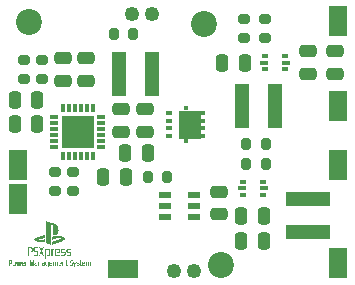
<source format=gts>
G04 #@! TF.GenerationSoftware,KiCad,Pcbnew,7.0.5*
G04 #@! TF.CreationDate,2023-08-01T00:38:24-05:00*
G04 #@! TF.ProjectId,psxpress-pms,70737870-7265-4737-932d-706d732e6b69,rev?*
G04 #@! TF.SameCoordinates,Original*
G04 #@! TF.FileFunction,Soldermask,Top*
G04 #@! TF.FilePolarity,Negative*
%FSLAX46Y46*%
G04 Gerber Fmt 4.6, Leading zero omitted, Abs format (unit mm)*
G04 Created by KiCad (PCBNEW 7.0.5) date 2023-08-01 00:38:24*
%MOMM*%
%LPD*%
G01*
G04 APERTURE LIST*
G04 Aperture macros list*
%AMRoundRect*
0 Rectangle with rounded corners*
0 $1 Rounding radius*
0 $2 $3 $4 $5 $6 $7 $8 $9 X,Y pos of 4 corners*
0 Add a 4 corners polygon primitive as box body*
4,1,4,$2,$3,$4,$5,$6,$7,$8,$9,$2,$3,0*
0 Add four circle primitives for the rounded corners*
1,1,$1+$1,$2,$3*
1,1,$1+$1,$4,$5*
1,1,$1+$1,$6,$7*
1,1,$1+$1,$8,$9*
0 Add four rect primitives between the rounded corners*
20,1,$1+$1,$2,$3,$4,$5,0*
20,1,$1+$1,$4,$5,$6,$7,0*
20,1,$1+$1,$6,$7,$8,$9,0*
20,1,$1+$1,$8,$9,$2,$3,0*%
G04 Aperture macros list end*
%ADD10C,0.000000*%
%ADD11C,0.187500*%
%ADD12C,0.100000*%
%ADD13C,1.250000*%
%ADD14R,1.500000X2.500000*%
%ADD15R,2.500000X1.500000*%
%ADD16RoundRect,0.200000X0.275000X-0.200000X0.275000X0.200000X-0.275000X0.200000X-0.275000X-0.200000X0*%
%ADD17RoundRect,0.250000X-0.475000X0.250000X-0.475000X-0.250000X0.475000X-0.250000X0.475000X0.250000X0*%
%ADD18R,0.800000X0.300000*%
%ADD19R,0.300000X0.800000*%
%ADD20R,2.800000X2.800000*%
%ADD21RoundRect,0.250000X0.250000X0.475000X-0.250000X0.475000X-0.250000X-0.475000X0.250000X-0.475000X0*%
%ADD22RoundRect,0.200000X-0.275000X0.200000X-0.275000X-0.200000X0.275000X-0.200000X0.275000X0.200000X0*%
%ADD23C,2.200000*%
%ADD24R,0.500000X0.350000*%
%ADD25R,0.300000X0.400000*%
%ADD26R,1.980000X2.450000*%
%ADD27R,0.430000X0.380000*%
%ADD28RoundRect,0.200000X-0.200000X-0.275000X0.200000X-0.275000X0.200000X0.275000X-0.200000X0.275000X0*%
%ADD29R,1.200000X3.700000*%
%ADD30RoundRect,0.250000X-0.250000X-0.475000X0.250000X-0.475000X0.250000X0.475000X-0.250000X0.475000X0*%
%ADD31R,1.050000X0.550000*%
%ADD32R,3.700000X1.200000*%
%ADD33RoundRect,0.250000X0.475000X-0.250000X0.475000X0.250000X-0.475000X0.250000X-0.475000X-0.250000X0*%
%ADD34R,0.500000X0.375000*%
%ADD35R,0.650000X0.300000*%
%ADD36RoundRect,0.200000X0.200000X0.275000X-0.200000X0.275000X-0.200000X-0.275000X0.200000X-0.275000X0*%
G04 APERTURE END LIST*
D10*
G36*
X161136704Y-75406710D02*
G01*
X161213581Y-75424735D01*
X161293421Y-75445247D01*
X161373821Y-75467335D01*
X161452377Y-75490090D01*
X161526687Y-75512601D01*
X161652953Y-75553255D01*
X161717930Y-75576909D01*
X161777480Y-75601514D01*
X161831774Y-75627308D01*
X161880981Y-75654529D01*
X161903731Y-75668751D01*
X161925273Y-75683418D01*
X161945629Y-75698563D01*
X161964820Y-75714213D01*
X161982867Y-75730400D01*
X161999791Y-75747153D01*
X162015614Y-75764502D01*
X162030358Y-75782477D01*
X162044043Y-75801108D01*
X162056691Y-75820424D01*
X162068322Y-75840456D01*
X162078959Y-75861233D01*
X162088623Y-75882785D01*
X162097335Y-75905142D01*
X162105116Y-75928335D01*
X162111987Y-75952392D01*
X162117970Y-75977344D01*
X162123087Y-76003220D01*
X162130804Y-76057866D01*
X162135310Y-76116569D01*
X162136774Y-76179567D01*
X162136165Y-76210737D01*
X162134358Y-76240664D01*
X162131381Y-76269340D01*
X162127261Y-76296757D01*
X162122026Y-76322907D01*
X162115705Y-76347780D01*
X162108325Y-76371369D01*
X162099914Y-76393664D01*
X162090501Y-76414658D01*
X162080112Y-76434342D01*
X162068777Y-76452707D01*
X162056523Y-76469745D01*
X162043378Y-76485448D01*
X162029370Y-76499807D01*
X162014527Y-76512813D01*
X161998877Y-76524458D01*
X161982448Y-76534733D01*
X161965267Y-76543631D01*
X161947364Y-76551142D01*
X161928765Y-76557258D01*
X161909498Y-76561970D01*
X161889593Y-76565271D01*
X161869076Y-76567151D01*
X161847975Y-76567602D01*
X161826319Y-76566616D01*
X161804136Y-76564184D01*
X161781452Y-76560298D01*
X161758298Y-76554949D01*
X161734699Y-76548128D01*
X161710685Y-76539828D01*
X161686283Y-76530039D01*
X161661521Y-76518753D01*
X161661521Y-75887026D01*
X161661350Y-75873195D01*
X161660797Y-75859565D01*
X161659799Y-75846199D01*
X161658295Y-75833160D01*
X161656223Y-75820512D01*
X161653520Y-75808317D01*
X161650126Y-75796640D01*
X161645977Y-75785541D01*
X161641013Y-75775086D01*
X161638206Y-75770119D01*
X161635172Y-75765336D01*
X161631902Y-75760746D01*
X161628391Y-75756356D01*
X161624628Y-75752174D01*
X161620608Y-75748208D01*
X161616322Y-75744465D01*
X161611762Y-75740955D01*
X161606921Y-75737683D01*
X161601791Y-75734660D01*
X161596365Y-75731891D01*
X161590633Y-75729386D01*
X161584590Y-75727152D01*
X161578227Y-75725198D01*
X161573289Y-75723791D01*
X161568471Y-75722766D01*
X161563778Y-75722116D01*
X161559209Y-75721833D01*
X161554769Y-75721910D01*
X161550459Y-75722338D01*
X161546281Y-75723110D01*
X161542239Y-75724219D01*
X161538334Y-75725656D01*
X161534569Y-75727414D01*
X161530945Y-75729486D01*
X161527466Y-75731863D01*
X161524134Y-75734538D01*
X161520951Y-75737503D01*
X161517920Y-75740751D01*
X161515042Y-75744273D01*
X161512320Y-75748063D01*
X161509757Y-75752113D01*
X161507355Y-75756414D01*
X161505116Y-75760960D01*
X161503043Y-75765741D01*
X161501138Y-75770752D01*
X161499403Y-75775984D01*
X161497840Y-75781429D01*
X161496453Y-75787081D01*
X161495243Y-75792930D01*
X161494212Y-75798969D01*
X161493364Y-75805192D01*
X161492700Y-75811589D01*
X161492223Y-75818154D01*
X161491935Y-75824878D01*
X161491839Y-75831755D01*
X161491839Y-77413750D01*
X161065194Y-77278337D01*
X161065194Y-75392080D01*
X161136704Y-75406710D01*
G37*
G36*
X162100702Y-76640613D02*
G01*
X162138903Y-76642428D01*
X162177286Y-76645275D01*
X162215717Y-76649153D01*
X162254064Y-76654066D01*
X162292194Y-76660012D01*
X162329973Y-76666994D01*
X162367271Y-76675012D01*
X162403953Y-76684067D01*
X162439887Y-76694162D01*
X162474940Y-76705295D01*
X162508980Y-76717470D01*
X162527329Y-76723519D01*
X162544651Y-76729734D01*
X162560965Y-76736104D01*
X162576290Y-76742618D01*
X162590646Y-76749265D01*
X162604050Y-76756035D01*
X162616524Y-76762917D01*
X162628085Y-76769898D01*
X162638753Y-76776970D01*
X162648548Y-76784121D01*
X162657488Y-76791339D01*
X162665592Y-76798615D01*
X162672881Y-76805937D01*
X162679372Y-76813295D01*
X162685086Y-76820677D01*
X162690041Y-76828072D01*
X162694256Y-76835471D01*
X162697752Y-76842861D01*
X162700546Y-76850233D01*
X162702659Y-76857574D01*
X162704109Y-76864875D01*
X162704915Y-76872124D01*
X162705097Y-76879311D01*
X162704675Y-76886425D01*
X162703666Y-76893454D01*
X162702091Y-76900388D01*
X162699968Y-76907217D01*
X162697317Y-76913928D01*
X162694157Y-76920512D01*
X162690508Y-76926958D01*
X162686387Y-76933253D01*
X162681815Y-76939389D01*
X162676807Y-76945386D01*
X162671401Y-76951269D01*
X162659540Y-76962675D01*
X162646525Y-76973567D01*
X162632647Y-76983904D01*
X162618201Y-76993646D01*
X162603477Y-77002753D01*
X162588767Y-77011183D01*
X162574366Y-77018898D01*
X162547653Y-77032017D01*
X162525678Y-77041788D01*
X162505291Y-77049992D01*
X161572753Y-77384954D01*
X161572753Y-77137927D01*
X162259037Y-76893399D01*
X162266145Y-76890750D01*
X162272865Y-76888039D01*
X162279195Y-76885271D01*
X162285134Y-76882453D01*
X162290680Y-76879589D01*
X162295831Y-76876685D01*
X162300585Y-76873747D01*
X162304941Y-76870780D01*
X162308897Y-76867790D01*
X162312452Y-76864782D01*
X162315603Y-76861762D01*
X162318349Y-76858735D01*
X162320689Y-76855707D01*
X162322620Y-76852684D01*
X162324140Y-76849670D01*
X162325249Y-76846672D01*
X162325944Y-76843695D01*
X162326224Y-76840745D01*
X162326086Y-76837827D01*
X162325530Y-76834947D01*
X162324554Y-76832110D01*
X162323155Y-76829322D01*
X162321333Y-76826588D01*
X162319085Y-76823914D01*
X162316409Y-76821306D01*
X162313305Y-76818768D01*
X162309769Y-76816307D01*
X162305802Y-76813928D01*
X162301400Y-76811637D01*
X162296562Y-76809439D01*
X162291287Y-76807340D01*
X162285573Y-76805345D01*
X162273147Y-76801764D01*
X162259649Y-76798802D01*
X162245207Y-76796452D01*
X162229950Y-76794708D01*
X162214006Y-76793563D01*
X162197504Y-76793010D01*
X162180572Y-76793043D01*
X162163338Y-76793654D01*
X162145932Y-76794837D01*
X162128482Y-76796584D01*
X162111115Y-76798890D01*
X162093961Y-76801747D01*
X162077147Y-76805149D01*
X162060804Y-76809088D01*
X162045058Y-76813559D01*
X162030038Y-76818553D01*
X161572753Y-76979608D01*
X161572753Y-76723241D01*
X161599109Y-76714316D01*
X161622660Y-76706688D01*
X161650718Y-76698434D01*
X161688405Y-76688361D01*
X161710573Y-76682909D01*
X161734802Y-76677323D01*
X161760980Y-76671709D01*
X161788990Y-76666175D01*
X161818717Y-76660827D01*
X161850047Y-76655771D01*
X161882865Y-76651116D01*
X161917055Y-76646967D01*
X161952361Y-76643642D01*
X161988511Y-76641343D01*
X162025372Y-76640071D01*
X162062814Y-76639827D01*
X162100702Y-76640613D01*
G37*
G36*
X160982316Y-76780238D02*
G01*
X160542106Y-76937783D01*
X160535009Y-76940432D01*
X160528299Y-76943143D01*
X160521979Y-76945911D01*
X160516048Y-76948731D01*
X160510511Y-76951596D01*
X160505367Y-76954502D01*
X160500619Y-76957442D01*
X160496269Y-76960411D01*
X160492318Y-76963403D01*
X160488768Y-76966413D01*
X160485621Y-76969436D01*
X160482878Y-76972465D01*
X160480541Y-76975496D01*
X160478612Y-76978522D01*
X160477092Y-76981538D01*
X160475984Y-76984539D01*
X160475288Y-76987519D01*
X160475008Y-76990472D01*
X160475143Y-76993392D01*
X160475697Y-76996275D01*
X160476670Y-76999115D01*
X160478065Y-77001905D01*
X160479883Y-77004641D01*
X160482126Y-77007318D01*
X160484795Y-77009928D01*
X160487893Y-77012467D01*
X160491421Y-77014930D01*
X160495381Y-77017310D01*
X160499774Y-77019602D01*
X160504602Y-77021801D01*
X160509867Y-77023901D01*
X160515571Y-77025896D01*
X160528008Y-77029468D01*
X160541517Y-77032423D01*
X160555970Y-77034767D01*
X160571237Y-77036509D01*
X160587190Y-77037653D01*
X160603701Y-77038208D01*
X160620640Y-77038178D01*
X160637880Y-77037572D01*
X160655291Y-77036396D01*
X160672745Y-77034655D01*
X160690113Y-77032358D01*
X160707267Y-77029510D01*
X160724077Y-77026119D01*
X160740417Y-77022190D01*
X160756155Y-77017731D01*
X160771165Y-77012747D01*
X160982316Y-76936117D01*
X160982316Y-77157977D01*
X160972028Y-77159761D01*
X160961411Y-77161539D01*
X160940193Y-77165057D01*
X160900434Y-77170952D01*
X160860378Y-77175686D01*
X160820050Y-77179245D01*
X160779474Y-77181615D01*
X160738676Y-77182782D01*
X160697681Y-77182731D01*
X160656512Y-77181448D01*
X160615197Y-77178919D01*
X160573758Y-77175130D01*
X160532222Y-77170065D01*
X160490613Y-77163711D01*
X160448956Y-77156054D01*
X160407276Y-77147079D01*
X160365598Y-77136773D01*
X160323947Y-77125119D01*
X160282347Y-77112105D01*
X160282347Y-77112106D01*
X160263479Y-77106469D01*
X160245612Y-77100484D01*
X160228738Y-77094172D01*
X160212850Y-77087553D01*
X160197938Y-77080648D01*
X160183996Y-77073479D01*
X160171016Y-77066065D01*
X160158988Y-77058429D01*
X160147906Y-77050591D01*
X160137761Y-77042572D01*
X160128545Y-77034394D01*
X160120250Y-77026076D01*
X160112869Y-77017640D01*
X160106393Y-77009108D01*
X160100814Y-77000499D01*
X160096125Y-76991835D01*
X160092317Y-76983137D01*
X160089382Y-76974425D01*
X160087312Y-76965722D01*
X160086100Y-76957047D01*
X160085737Y-76948422D01*
X160086216Y-76939867D01*
X160087527Y-76931404D01*
X160089664Y-76923054D01*
X160092618Y-76914837D01*
X160096382Y-76906775D01*
X160100947Y-76898888D01*
X160106305Y-76891197D01*
X160112449Y-76883724D01*
X160119370Y-76876489D01*
X160127060Y-76869513D01*
X160135511Y-76862818D01*
X160152495Y-76850920D01*
X160170603Y-76839444D01*
X160189527Y-76828437D01*
X160208962Y-76817947D01*
X160228601Y-76808022D01*
X160248139Y-76798709D01*
X160285686Y-76782112D01*
X160319153Y-76768538D01*
X160346090Y-76758369D01*
X160370579Y-76749776D01*
X160982316Y-76532259D01*
X160982316Y-76780238D01*
G37*
D11*
G36*
X159972094Y-77815031D02*
G01*
X159971981Y-77797667D01*
X159971633Y-77781146D01*
X159971038Y-77765448D01*
X159970185Y-77750556D01*
X159969059Y-77736448D01*
X159967650Y-77723107D01*
X159965945Y-77710513D01*
X159963931Y-77698647D01*
X159961596Y-77687490D01*
X159958928Y-77677023D01*
X159955914Y-77667226D01*
X159952542Y-77658081D01*
X159948800Y-77649569D01*
X159944675Y-77641670D01*
X159940155Y-77634365D01*
X159935228Y-77627635D01*
X159929882Y-77621462D01*
X159924103Y-77615825D01*
X159917880Y-77610705D01*
X159911200Y-77606085D01*
X159904051Y-77601944D01*
X159896421Y-77598263D01*
X159888297Y-77595024D01*
X159879667Y-77592207D01*
X159870519Y-77589793D01*
X159860839Y-77587762D01*
X159850617Y-77586097D01*
X159839839Y-77584777D01*
X159828494Y-77583784D01*
X159816568Y-77583098D01*
X159804050Y-77582701D01*
X159790927Y-77582572D01*
X159517253Y-77582572D01*
X159517253Y-78332887D01*
X159639252Y-78332887D01*
X159639252Y-77657311D01*
X159778287Y-77657311D01*
X159788959Y-77657606D01*
X159798612Y-77658576D01*
X159807292Y-77660345D01*
X159815044Y-77663038D01*
X159821913Y-77666780D01*
X159827946Y-77671695D01*
X159833188Y-77677908D01*
X159837684Y-77685544D01*
X159841480Y-77694728D01*
X159844623Y-77705584D01*
X159847156Y-77718238D01*
X159849127Y-77732813D01*
X159849916Y-77740861D01*
X159850580Y-77749436D01*
X159851127Y-77758554D01*
X159851562Y-77768230D01*
X159851890Y-77778481D01*
X159852118Y-77789321D01*
X159852250Y-77800766D01*
X159852293Y-77812832D01*
X159852250Y-77824876D01*
X159852120Y-77836289D01*
X159851895Y-77847088D01*
X159851570Y-77857288D01*
X159851139Y-77866906D01*
X159850596Y-77875958D01*
X159849936Y-77884461D01*
X159849153Y-77892431D01*
X159848240Y-77899884D01*
X159846005Y-77913305D01*
X159843184Y-77924854D01*
X159839731Y-77934662D01*
X159835599Y-77942859D01*
X159830742Y-77949575D01*
X159825113Y-77954942D01*
X159818666Y-77959089D01*
X159811354Y-77962147D01*
X159803132Y-77964247D01*
X159793953Y-77965517D01*
X159783770Y-77966090D01*
X159778287Y-77966156D01*
X159670576Y-77966156D01*
X159670576Y-78039795D01*
X159790927Y-78039795D01*
X159804017Y-78039690D01*
X159816508Y-78039360D01*
X159828409Y-78038783D01*
X159839734Y-78037936D01*
X159850495Y-78036798D01*
X159860703Y-78035347D01*
X159870372Y-78033559D01*
X159879512Y-78031415D01*
X159888137Y-78028890D01*
X159896259Y-78025963D01*
X159903889Y-78022611D01*
X159911039Y-78018814D01*
X159917722Y-78014547D01*
X159923951Y-78009791D01*
X159929736Y-78004521D01*
X159935091Y-77998716D01*
X159940027Y-77992355D01*
X159944557Y-77985414D01*
X159948692Y-77977872D01*
X159952445Y-77969706D01*
X159955829Y-77960895D01*
X159958854Y-77951416D01*
X159961533Y-77941247D01*
X159963879Y-77930367D01*
X159965904Y-77918752D01*
X159967619Y-77906380D01*
X159969037Y-77893231D01*
X159970170Y-77879280D01*
X159971030Y-77864507D01*
X159971629Y-77848889D01*
X159971980Y-77832405D01*
X159972094Y-77815031D01*
G37*
G36*
X160435911Y-78106473D02*
G01*
X160435755Y-78090885D01*
X160435284Y-78076052D01*
X160434498Y-78061956D01*
X160433395Y-78048581D01*
X160431973Y-78035909D01*
X160430231Y-78023924D01*
X160428167Y-78012608D01*
X160425779Y-78001945D01*
X160423066Y-77991917D01*
X160420026Y-77982508D01*
X160416657Y-77973700D01*
X160412959Y-77965476D01*
X160408929Y-77957820D01*
X160404565Y-77950713D01*
X160399867Y-77944140D01*
X160394832Y-77938083D01*
X160389460Y-77932525D01*
X160383747Y-77927450D01*
X160377693Y-77922839D01*
X160371296Y-77918676D01*
X160364555Y-77914944D01*
X160357468Y-77911626D01*
X160350032Y-77908705D01*
X160342248Y-77906164D01*
X160334112Y-77903985D01*
X160325624Y-77902152D01*
X160316782Y-77900648D01*
X160307583Y-77899456D01*
X160298028Y-77898558D01*
X160288113Y-77897938D01*
X160277838Y-77897579D01*
X160267200Y-77897463D01*
X160192645Y-77897463D01*
X160180062Y-77897227D01*
X160168844Y-77896460D01*
X160158916Y-77895075D01*
X160150201Y-77892983D01*
X160142623Y-77890096D01*
X160136105Y-77886325D01*
X160128149Y-77878818D01*
X160123947Y-77872452D01*
X160120537Y-77864893D01*
X160117844Y-77856053D01*
X160115790Y-77845844D01*
X160114299Y-77834177D01*
X160113295Y-77820965D01*
X160112701Y-77806119D01*
X160112534Y-77798055D01*
X160112440Y-77789550D01*
X160112411Y-77780592D01*
X160112485Y-77771455D01*
X160112705Y-77762756D01*
X160113073Y-77754484D01*
X160113590Y-77746632D01*
X160114257Y-77739188D01*
X160116045Y-77725488D01*
X160118446Y-77713306D01*
X160121466Y-77702567D01*
X160125115Y-77693190D01*
X160129399Y-77685101D01*
X160134328Y-77678219D01*
X160139910Y-77672469D01*
X160146152Y-77667773D01*
X160153062Y-77664053D01*
X160160648Y-77661231D01*
X160168920Y-77659230D01*
X160177883Y-77657973D01*
X160187548Y-77657381D01*
X160192645Y-77657311D01*
X160377110Y-77657311D01*
X160377110Y-77582572D01*
X160166450Y-77582572D01*
X160155219Y-77582807D01*
X160144433Y-77583506D01*
X160134084Y-77584665D01*
X160124168Y-77586279D01*
X160114679Y-77588343D01*
X160105611Y-77590852D01*
X160096958Y-77593801D01*
X160088715Y-77597184D01*
X160080876Y-77600997D01*
X160073434Y-77605234D01*
X160066385Y-77609891D01*
X160059723Y-77614962D01*
X160053442Y-77620443D01*
X160047536Y-77626328D01*
X160041999Y-77632612D01*
X160036826Y-77639290D01*
X160032011Y-77646358D01*
X160027548Y-77653809D01*
X160023431Y-77661639D01*
X160019656Y-77669843D01*
X160016215Y-77678416D01*
X160013104Y-77687353D01*
X160010316Y-77696649D01*
X160007846Y-77706298D01*
X160005688Y-77716295D01*
X160003836Y-77726637D01*
X160002285Y-77737316D01*
X160001029Y-77748329D01*
X160000062Y-77759670D01*
X159999378Y-77771335D01*
X159998972Y-77783318D01*
X159998838Y-77795613D01*
X159998956Y-77809735D01*
X159999311Y-77823288D01*
X159999911Y-77836280D01*
X160000759Y-77848720D01*
X160001862Y-77860615D01*
X160003225Y-77871973D01*
X160004854Y-77882802D01*
X160006752Y-77893109D01*
X160008928Y-77902903D01*
X160011384Y-77912192D01*
X160014128Y-77920983D01*
X160017163Y-77929285D01*
X160020497Y-77937105D01*
X160024134Y-77944451D01*
X160028079Y-77951331D01*
X160032338Y-77957752D01*
X160036916Y-77963724D01*
X160041819Y-77969253D01*
X160052621Y-77979015D01*
X160064787Y-77987103D01*
X160071395Y-77990538D01*
X160078360Y-77993579D01*
X160085687Y-77996232D01*
X160093382Y-77998506D01*
X160101451Y-78000408D01*
X160109898Y-78001947D01*
X160118729Y-78003130D01*
X160127950Y-78003965D01*
X160137566Y-78004461D01*
X160147582Y-78004624D01*
X160227450Y-78004624D01*
X160234878Y-78004671D01*
X160248582Y-78005084D01*
X160260817Y-78006012D01*
X160271662Y-78007558D01*
X160281197Y-78009830D01*
X160289500Y-78012931D01*
X160296652Y-78016966D01*
X160302731Y-78022042D01*
X160307818Y-78028263D01*
X160311991Y-78035735D01*
X160315330Y-78044562D01*
X160317915Y-78054850D01*
X160319825Y-78066704D01*
X160321138Y-78080229D01*
X160321597Y-78087651D01*
X160321936Y-78095531D01*
X160322166Y-78103881D01*
X160322297Y-78112714D01*
X160322338Y-78122044D01*
X160322260Y-78132653D01*
X160322026Y-78142713D01*
X160321634Y-78152239D01*
X160321084Y-78161244D01*
X160320374Y-78169742D01*
X160319505Y-78177747D01*
X160318475Y-78185273D01*
X160315929Y-78198944D01*
X160312729Y-78210864D01*
X160308868Y-78221146D01*
X160304339Y-78229900D01*
X160299135Y-78237238D01*
X160293249Y-78243270D01*
X160286675Y-78248108D01*
X160279405Y-78251862D01*
X160271432Y-78254645D01*
X160262749Y-78256566D01*
X160253349Y-78257738D01*
X160243226Y-78258270D01*
X160237891Y-78258331D01*
X160017889Y-78258331D01*
X160017889Y-78332887D01*
X160258957Y-78332887D01*
X160270634Y-78332669D01*
X160281864Y-78332016D01*
X160292654Y-78330927D01*
X160303008Y-78329401D01*
X160312930Y-78327438D01*
X160322427Y-78325037D01*
X160331502Y-78322196D01*
X160340161Y-78318916D01*
X160348409Y-78315196D01*
X160356250Y-78311034D01*
X160363690Y-78306431D01*
X160370733Y-78301385D01*
X160377384Y-78295896D01*
X160383649Y-78289964D01*
X160389532Y-78283587D01*
X160395038Y-78276764D01*
X160400173Y-78269496D01*
X160404940Y-78261780D01*
X160409345Y-78253618D01*
X160413394Y-78245007D01*
X160417090Y-78235948D01*
X160420438Y-78226439D01*
X160423445Y-78216480D01*
X160426114Y-78206070D01*
X160428450Y-78195209D01*
X160430459Y-78183895D01*
X160432146Y-78172128D01*
X160433514Y-78159907D01*
X160434570Y-78147232D01*
X160435318Y-78134102D01*
X160435764Y-78120516D01*
X160435911Y-78106473D01*
G37*
G36*
X160473463Y-77582572D02*
G01*
X160628435Y-77933183D01*
X160465220Y-78332887D01*
X160560108Y-78332887D01*
X160676796Y-78030453D01*
X160793483Y-78332887D01*
X160926106Y-78332887D01*
X160757762Y-77929886D01*
X160909437Y-77582572D01*
X160814732Y-77582572D01*
X160710318Y-77833532D01*
X160606087Y-77582572D01*
X160473463Y-77582572D01*
G37*
G36*
X161143910Y-78258331D02*
G01*
X161143910Y-78332887D01*
X161268474Y-78332887D01*
X161280307Y-78332733D01*
X161291601Y-78332268D01*
X161302366Y-78331486D01*
X161312612Y-78330383D01*
X161322351Y-78328954D01*
X161331593Y-78327192D01*
X161340349Y-78325093D01*
X161348630Y-78322651D01*
X161356447Y-78319862D01*
X161363809Y-78316719D01*
X161370729Y-78313219D01*
X161377216Y-78309355D01*
X161383282Y-78305122D01*
X161394193Y-78295529D01*
X161403548Y-78284399D01*
X161407668Y-78278245D01*
X161411432Y-78271690D01*
X161414850Y-78264730D01*
X161417932Y-78257359D01*
X161420690Y-78249573D01*
X161423134Y-78241365D01*
X161425275Y-78232732D01*
X161427124Y-78223666D01*
X161428691Y-78214165D01*
X161429988Y-78204221D01*
X161431025Y-78193830D01*
X161431812Y-78182986D01*
X161432362Y-78171685D01*
X161432683Y-78159921D01*
X161432788Y-78147689D01*
X161432788Y-77920360D01*
X161432683Y-77908128D01*
X161432362Y-77896362D01*
X161431812Y-77885059D01*
X161431025Y-77874212D01*
X161429988Y-77863817D01*
X161428691Y-77853868D01*
X161427124Y-77844361D01*
X161425275Y-77835289D01*
X161423134Y-77826649D01*
X161420690Y-77818434D01*
X161417932Y-77810640D01*
X161414850Y-77803262D01*
X161411432Y-77796294D01*
X161407668Y-77789730D01*
X161403548Y-77783567D01*
X161394193Y-77772420D01*
X161383282Y-77762811D01*
X161377216Y-77758570D01*
X161370729Y-77754698D01*
X161363809Y-77751190D01*
X161356447Y-77748040D01*
X161348630Y-77745244D01*
X161340349Y-77742796D01*
X161331593Y-77740691D01*
X161322351Y-77738925D01*
X161312612Y-77737491D01*
X161302366Y-77736385D01*
X161291601Y-77735601D01*
X161280307Y-77735134D01*
X161268474Y-77734980D01*
X160979046Y-77734980D01*
X160979046Y-78567360D01*
X161097931Y-78567360D01*
X161097931Y-77809718D01*
X161230738Y-77809718D01*
X161243508Y-77809899D01*
X161254936Y-77810504D01*
X161265095Y-77811627D01*
X161274055Y-77813362D01*
X161281888Y-77815802D01*
X161288666Y-77819040D01*
X161297009Y-77825601D01*
X161303379Y-77834485D01*
X161306648Y-77841856D01*
X161309218Y-77850493D01*
X161311161Y-77860491D01*
X161312548Y-77871944D01*
X161313450Y-77884944D01*
X161313939Y-77899586D01*
X161314051Y-77907552D01*
X161314086Y-77915964D01*
X161314086Y-78151903D01*
X161314051Y-78160315D01*
X161313939Y-78168282D01*
X161313742Y-78175817D01*
X161313055Y-78189634D01*
X161311919Y-78201859D01*
X161310264Y-78212586D01*
X161308016Y-78221906D01*
X161305105Y-78229915D01*
X161301460Y-78236703D01*
X161294459Y-78244804D01*
X161285405Y-78250684D01*
X161278108Y-78253527D01*
X161269720Y-78255615D01*
X161260170Y-78257042D01*
X161249385Y-78257902D01*
X161237295Y-78258288D01*
X161230738Y-78258331D01*
X161143910Y-78258331D01*
G37*
G36*
X161513388Y-77920177D02*
G01*
X161513388Y-78332887D01*
X161632274Y-78332887D01*
X161632274Y-77915964D01*
X161632309Y-77907569D01*
X161632421Y-77899617D01*
X161632618Y-77892097D01*
X161633305Y-77878306D01*
X161634440Y-77866103D01*
X161636096Y-77855396D01*
X161638344Y-77846092D01*
X161641254Y-77838097D01*
X161644899Y-77831319D01*
X161651900Y-77823230D01*
X161660955Y-77817358D01*
X161668251Y-77814519D01*
X161676639Y-77812433D01*
X161686190Y-77811007D01*
X161696974Y-77810147D01*
X161709065Y-77809762D01*
X161715621Y-77809718D01*
X161792924Y-77809718D01*
X161792924Y-77734980D01*
X161677886Y-77734980D01*
X161666052Y-77735134D01*
X161654756Y-77735601D01*
X161643989Y-77736384D01*
X161633739Y-77737491D01*
X161623996Y-77738924D01*
X161614749Y-77740690D01*
X161605988Y-77742794D01*
X161597701Y-77745241D01*
X161589878Y-77748036D01*
X161582508Y-77751184D01*
X161575581Y-77754690D01*
X161569085Y-77758560D01*
X161563011Y-77762798D01*
X161552083Y-77772401D01*
X161542712Y-77783540D01*
X161538583Y-77789698D01*
X161534811Y-77796255D01*
X161531385Y-77803217D01*
X161528295Y-77810589D01*
X161525529Y-77818375D01*
X161523078Y-77826581D01*
X161520930Y-77835212D01*
X161519075Y-77844273D01*
X161517502Y-77853770D01*
X161516201Y-77863707D01*
X161515160Y-77874089D01*
X161514369Y-77884922D01*
X161513817Y-77896211D01*
X161513494Y-77907961D01*
X161513388Y-77920177D01*
G37*
G36*
X162109829Y-78086690D02*
G01*
X162121664Y-78086537D01*
X162132959Y-78086081D01*
X162143726Y-78085324D01*
X162153976Y-78084268D01*
X162163719Y-78082916D01*
X162172966Y-78081269D01*
X162181727Y-78079331D01*
X162190014Y-78077104D01*
X162197837Y-78074590D01*
X162205207Y-78071792D01*
X162212135Y-78068711D01*
X162224704Y-78061713D01*
X162235632Y-78053616D01*
X162245004Y-78044437D01*
X162252905Y-78034197D01*
X162259421Y-78022915D01*
X162264637Y-78010608D01*
X162268640Y-77997298D01*
X162271515Y-77983002D01*
X162272556Y-77975490D01*
X162273347Y-77967739D01*
X162273898Y-77959751D01*
X162274222Y-77951529D01*
X162274327Y-77943075D01*
X162274327Y-77878778D01*
X162274222Y-77870323D01*
X162273898Y-77862100D01*
X162273347Y-77854109D01*
X162272556Y-77846355D01*
X162271515Y-77838839D01*
X162270213Y-77831564D01*
X162266785Y-77817747D01*
X162262186Y-77804922D01*
X162256330Y-77793110D01*
X162249133Y-77782330D01*
X162240507Y-77772601D01*
X162230368Y-77763944D01*
X162218630Y-77756377D01*
X162205207Y-77749921D01*
X162197837Y-77747115D01*
X162190014Y-77744594D01*
X162181727Y-77742361D01*
X162172966Y-77740417D01*
X162163719Y-77738766D01*
X162153976Y-77737410D01*
X162143726Y-77736350D01*
X162132959Y-77735591D01*
X162121664Y-77735133D01*
X162109829Y-77734980D01*
X161990211Y-77734980D01*
X161978377Y-77735134D01*
X161967082Y-77735601D01*
X161956315Y-77736384D01*
X161946065Y-77737490D01*
X161936322Y-77738923D01*
X161927075Y-77740688D01*
X161918313Y-77742790D01*
X161910026Y-77745235D01*
X161902203Y-77748028D01*
X161894833Y-77751173D01*
X161887906Y-77754675D01*
X161881411Y-77758541D01*
X161875337Y-77762774D01*
X161864409Y-77772363D01*
X161855037Y-77783485D01*
X161850908Y-77789633D01*
X161847136Y-77796179D01*
X161843710Y-77803128D01*
X161840620Y-77810485D01*
X161837855Y-77818256D01*
X161835404Y-77826445D01*
X161833256Y-77835058D01*
X161831401Y-77844099D01*
X161829828Y-77853573D01*
X161828526Y-77863487D01*
X161827485Y-77873844D01*
X161826694Y-77884650D01*
X161826142Y-77895909D01*
X161825819Y-77907628D01*
X161825714Y-77919811D01*
X161825714Y-78146957D01*
X161825819Y-78159255D01*
X161826142Y-78171082D01*
X161826694Y-78182441D01*
X161827485Y-78193339D01*
X161828526Y-78203781D01*
X161829828Y-78213772D01*
X161831401Y-78223317D01*
X161833256Y-78232423D01*
X161835404Y-78241093D01*
X161837855Y-78249335D01*
X161840620Y-78257152D01*
X161843710Y-78264551D01*
X161847136Y-78271537D01*
X161850908Y-78278114D01*
X161855037Y-78284290D01*
X161864409Y-78295454D01*
X161875337Y-78305073D01*
X161881411Y-78309316D01*
X161887906Y-78313189D01*
X161894833Y-78316697D01*
X161902203Y-78319846D01*
X161910026Y-78322640D01*
X161918313Y-78325085D01*
X161927075Y-78327187D01*
X161936322Y-78328951D01*
X161946065Y-78330382D01*
X161956315Y-78331486D01*
X161967082Y-78332268D01*
X161978377Y-78332733D01*
X161990211Y-78332887D01*
X162232378Y-78332887D01*
X162232378Y-78258331D01*
X162027947Y-78258331D01*
X162015177Y-78258148D01*
X162003749Y-78257536D01*
X161993590Y-78256401D01*
X161984630Y-78254648D01*
X161976797Y-78252183D01*
X161970019Y-78248913D01*
X161961676Y-78242290D01*
X161955306Y-78233325D01*
X161952037Y-78225890D01*
X161949467Y-78217178D01*
X161947524Y-78207095D01*
X161946137Y-78195547D01*
X161945235Y-78182439D01*
X161944746Y-78167678D01*
X161944634Y-78159648D01*
X161944599Y-78151170D01*
X161944599Y-77915598D01*
X161944634Y-77907219D01*
X161944746Y-77899285D01*
X161944944Y-77891782D01*
X161945630Y-77878025D01*
X161946766Y-77865855D01*
X161948422Y-77855180D01*
X161950669Y-77845907D01*
X161953580Y-77837941D01*
X161957225Y-77831191D01*
X161964226Y-77823141D01*
X161973280Y-77817300D01*
X161980577Y-77814480D01*
X161988965Y-77812409D01*
X161998515Y-77810994D01*
X162009300Y-77810143D01*
X162021390Y-77809762D01*
X162027947Y-77809718D01*
X162072094Y-77809718D01*
X162084863Y-77809892D01*
X162096292Y-77810444D01*
X162106450Y-77811425D01*
X162115411Y-77812881D01*
X162123244Y-77814862D01*
X162133037Y-77818925D01*
X162140696Y-77824442D01*
X162146461Y-77831576D01*
X162150574Y-77840493D01*
X162153275Y-77851355D01*
X162154411Y-77859759D01*
X162155097Y-77869149D01*
X162155406Y-77879574D01*
X162155442Y-77885189D01*
X162155442Y-77941976D01*
X162155293Y-77952054D01*
X162154798Y-77961223D01*
X162153888Y-77969519D01*
X162152491Y-77976978D01*
X162149329Y-77986674D01*
X162144675Y-77994686D01*
X162138292Y-78001135D01*
X162129941Y-78006141D01*
X162119384Y-78009826D01*
X162111003Y-78011607D01*
X162101464Y-78012889D01*
X162090698Y-78013709D01*
X162078635Y-78014102D01*
X162072094Y-78014150D01*
X162006331Y-78014150D01*
X162006331Y-78086690D01*
X162109829Y-78086690D01*
G37*
G36*
X162752615Y-78150803D02*
G01*
X162752484Y-78138543D01*
X162752086Y-78126829D01*
X162751415Y-78115650D01*
X162750465Y-78104996D01*
X162749229Y-78094857D01*
X162747703Y-78085223D01*
X162745880Y-78076083D01*
X162743754Y-78067427D01*
X162741319Y-78059245D01*
X162738568Y-78051527D01*
X162735497Y-78044262D01*
X162732098Y-78037440D01*
X162728365Y-78031051D01*
X162719877Y-78019531D01*
X162709983Y-78009618D01*
X162698636Y-78001232D01*
X162685786Y-77994289D01*
X162678783Y-77991334D01*
X162671386Y-77988709D01*
X162663589Y-77986403D01*
X162655387Y-77984408D01*
X162646773Y-77982711D01*
X162637741Y-77981304D01*
X162628285Y-77980176D01*
X162618399Y-77979316D01*
X162608078Y-77978715D01*
X162597314Y-77978361D01*
X162586103Y-77978246D01*
X162512647Y-77978246D01*
X162500010Y-77978110D01*
X162488707Y-77977649D01*
X162478664Y-77976782D01*
X162469811Y-77975429D01*
X162462076Y-77973510D01*
X162452415Y-77969392D01*
X162444869Y-77963546D01*
X162439198Y-77955700D01*
X162435159Y-77945583D01*
X162433255Y-77937442D01*
X162431898Y-77928091D01*
X162431017Y-77917448D01*
X162430541Y-77905434D01*
X162430398Y-77891967D01*
X162430696Y-77878516D01*
X162431596Y-77866607D01*
X162433107Y-77856147D01*
X162435238Y-77847045D01*
X162438000Y-77839205D01*
X162441401Y-77832536D01*
X162447722Y-77824522D01*
X162455535Y-77818618D01*
X162464871Y-77814508D01*
X162471956Y-77812610D01*
X162479743Y-77811278D01*
X162488239Y-77810417D01*
X162497454Y-77809935D01*
X162507399Y-77809739D01*
X162512647Y-77809718D01*
X162694913Y-77809718D01*
X162694913Y-77734980D01*
X162486452Y-77734980D01*
X162475356Y-77735167D01*
X162464699Y-77735724D01*
X162454474Y-77736647D01*
X162444677Y-77737931D01*
X162435302Y-77739574D01*
X162426343Y-77741569D01*
X162417794Y-77743914D01*
X162409650Y-77746603D01*
X162401905Y-77749633D01*
X162394553Y-77753000D01*
X162387589Y-77756698D01*
X162381007Y-77760724D01*
X162374801Y-77765073D01*
X162368966Y-77769742D01*
X162363495Y-77774726D01*
X162358385Y-77780020D01*
X162353627Y-77785621D01*
X162349218Y-77791524D01*
X162345151Y-77797724D01*
X162341421Y-77804219D01*
X162338022Y-77811003D01*
X162334948Y-77818072D01*
X162332194Y-77825422D01*
X162329754Y-77833048D01*
X162327622Y-77840947D01*
X162325793Y-77849114D01*
X162324260Y-77857545D01*
X162323019Y-77866235D01*
X162322064Y-77875181D01*
X162321389Y-77884378D01*
X162320988Y-77893821D01*
X162320855Y-77903508D01*
X162320973Y-77914782D01*
X162321330Y-77925629D01*
X162321930Y-77936053D01*
X162322780Y-77946060D01*
X162323883Y-77955653D01*
X162325244Y-77964838D01*
X162326870Y-77973618D01*
X162328763Y-77981998D01*
X162330931Y-77989983D01*
X162333376Y-77997578D01*
X162336105Y-78004786D01*
X162339122Y-78011613D01*
X162346041Y-78024139D01*
X162354171Y-78035193D01*
X162363554Y-78044810D01*
X162374227Y-78053028D01*
X162386230Y-78059882D01*
X162399603Y-78065409D01*
X162406816Y-78067686D01*
X162414386Y-78069645D01*
X162422318Y-78071289D01*
X162430617Y-78072625D01*
X162439289Y-78073656D01*
X162448337Y-78074387D01*
X162457767Y-78074822D01*
X162467584Y-78074966D01*
X162546352Y-78074966D01*
X162554109Y-78074994D01*
X162561448Y-78075084D01*
X162574919Y-78075499D01*
X162586858Y-78076303D01*
X162597351Y-78077585D01*
X162606491Y-78079437D01*
X162614365Y-78081950D01*
X162621064Y-78085215D01*
X162629105Y-78091721D01*
X162635006Y-78100431D01*
X162637900Y-78107613D01*
X162640067Y-78116002D01*
X162641597Y-78125688D01*
X162642578Y-78136763D01*
X162643101Y-78149318D01*
X162643256Y-78163443D01*
X162643176Y-78171677D01*
X162642937Y-78179421D01*
X162641975Y-78193501D01*
X162640363Y-78205803D01*
X162638092Y-78216446D01*
X162635157Y-78225549D01*
X162631548Y-78233233D01*
X162627259Y-78239618D01*
X162619532Y-78247019D01*
X162610233Y-78252168D01*
X162603147Y-78254550D01*
X162595342Y-78256231D01*
X162586812Y-78257329D01*
X162577549Y-78257966D01*
X162567546Y-78258260D01*
X162556794Y-78258331D01*
X162339906Y-78258331D01*
X162339906Y-78332887D01*
X162577860Y-78332887D01*
X162589401Y-78332713D01*
X162600501Y-78332192D01*
X162611164Y-78331323D01*
X162621395Y-78330104D01*
X162631200Y-78328535D01*
X162640582Y-78326616D01*
X162649548Y-78324345D01*
X162658102Y-78321721D01*
X162666249Y-78318744D01*
X162673993Y-78315412D01*
X162681341Y-78311726D01*
X162688296Y-78307684D01*
X162694864Y-78303284D01*
X162701049Y-78298528D01*
X162706857Y-78293413D01*
X162712292Y-78287938D01*
X162717360Y-78282104D01*
X162722065Y-78275908D01*
X162726413Y-78269351D01*
X162730407Y-78262431D01*
X162734054Y-78255148D01*
X162737357Y-78247500D01*
X162740323Y-78239487D01*
X162742955Y-78231109D01*
X162745260Y-78222363D01*
X162747241Y-78213250D01*
X162748904Y-78203768D01*
X162750253Y-78193917D01*
X162751294Y-78183696D01*
X162752031Y-78173104D01*
X162752470Y-78162140D01*
X162752615Y-78150803D01*
G37*
G36*
X163230354Y-78150803D02*
G01*
X163230223Y-78138543D01*
X163229825Y-78126829D01*
X163229154Y-78115650D01*
X163228204Y-78104996D01*
X163226968Y-78094857D01*
X163225442Y-78085223D01*
X163223619Y-78076083D01*
X163221493Y-78067427D01*
X163219058Y-78059245D01*
X163216307Y-78051527D01*
X163213236Y-78044262D01*
X163209837Y-78037440D01*
X163206104Y-78031051D01*
X163197616Y-78019531D01*
X163187722Y-78009618D01*
X163176375Y-78001232D01*
X163163525Y-77994289D01*
X163156522Y-77991334D01*
X163149125Y-77988709D01*
X163141328Y-77986403D01*
X163133126Y-77984408D01*
X163124512Y-77982711D01*
X163115480Y-77981304D01*
X163106024Y-77980176D01*
X163096138Y-77979316D01*
X163085817Y-77978715D01*
X163075053Y-77978361D01*
X163063842Y-77978246D01*
X162990386Y-77978246D01*
X162977749Y-77978110D01*
X162966446Y-77977649D01*
X162956403Y-77976782D01*
X162947550Y-77975429D01*
X162939815Y-77973510D01*
X162930154Y-77969392D01*
X162922608Y-77963546D01*
X162916937Y-77955700D01*
X162912898Y-77945583D01*
X162910994Y-77937442D01*
X162909637Y-77928091D01*
X162908756Y-77917448D01*
X162908280Y-77905434D01*
X162908137Y-77891967D01*
X162908435Y-77878516D01*
X162909335Y-77866607D01*
X162910846Y-77856147D01*
X162912977Y-77847045D01*
X162915739Y-77839205D01*
X162919140Y-77832536D01*
X162925461Y-77824522D01*
X162933274Y-77818618D01*
X162942610Y-77814508D01*
X162949695Y-77812610D01*
X162957482Y-77811278D01*
X162965978Y-77810417D01*
X162975193Y-77809935D01*
X162985138Y-77809739D01*
X162990386Y-77809718D01*
X163172652Y-77809718D01*
X163172652Y-77734980D01*
X162964191Y-77734980D01*
X162953095Y-77735167D01*
X162942438Y-77735724D01*
X162932213Y-77736647D01*
X162922416Y-77737931D01*
X162913041Y-77739574D01*
X162904082Y-77741569D01*
X162895533Y-77743914D01*
X162887389Y-77746603D01*
X162879644Y-77749633D01*
X162872292Y-77753000D01*
X162865328Y-77756698D01*
X162858746Y-77760724D01*
X162852540Y-77765073D01*
X162846705Y-77769742D01*
X162841234Y-77774726D01*
X162836124Y-77780020D01*
X162831366Y-77785621D01*
X162826957Y-77791524D01*
X162822890Y-77797724D01*
X162819160Y-77804219D01*
X162815761Y-77811003D01*
X162812687Y-77818072D01*
X162809933Y-77825422D01*
X162807493Y-77833048D01*
X162805361Y-77840947D01*
X162803532Y-77849114D01*
X162801999Y-77857545D01*
X162800758Y-77866235D01*
X162799803Y-77875181D01*
X162799128Y-77884378D01*
X162798727Y-77893821D01*
X162798594Y-77903508D01*
X162798712Y-77914782D01*
X162799069Y-77925629D01*
X162799669Y-77936053D01*
X162800519Y-77946060D01*
X162801622Y-77955653D01*
X162802983Y-77964838D01*
X162804609Y-77973618D01*
X162806502Y-77981998D01*
X162808670Y-77989983D01*
X162811115Y-77997578D01*
X162813844Y-78004786D01*
X162816861Y-78011613D01*
X162823780Y-78024139D01*
X162831910Y-78035193D01*
X162841293Y-78044810D01*
X162851966Y-78053028D01*
X162863969Y-78059882D01*
X162877342Y-78065409D01*
X162884555Y-78067686D01*
X162892125Y-78069645D01*
X162900057Y-78071289D01*
X162908356Y-78072625D01*
X162917028Y-78073656D01*
X162926076Y-78074387D01*
X162935506Y-78074822D01*
X162945323Y-78074966D01*
X163024091Y-78074966D01*
X163031848Y-78074994D01*
X163039187Y-78075084D01*
X163052659Y-78075499D01*
X163064597Y-78076303D01*
X163075090Y-78077585D01*
X163084230Y-78079437D01*
X163092104Y-78081950D01*
X163098803Y-78085215D01*
X163106844Y-78091721D01*
X163112745Y-78100431D01*
X163115639Y-78107613D01*
X163117806Y-78116002D01*
X163119336Y-78125688D01*
X163120317Y-78136763D01*
X163120840Y-78149318D01*
X163120995Y-78163443D01*
X163120915Y-78171677D01*
X163120676Y-78179421D01*
X163119714Y-78193501D01*
X163118102Y-78205803D01*
X163115831Y-78216446D01*
X163112896Y-78225549D01*
X163109287Y-78233233D01*
X163104998Y-78239618D01*
X163097271Y-78247019D01*
X163087972Y-78252168D01*
X163080886Y-78254550D01*
X163073081Y-78256231D01*
X163064551Y-78257329D01*
X163055288Y-78257966D01*
X163045285Y-78258260D01*
X163034533Y-78258331D01*
X162817645Y-78258331D01*
X162817645Y-78332887D01*
X163055599Y-78332887D01*
X163067140Y-78332713D01*
X163078240Y-78332192D01*
X163088903Y-78331323D01*
X163099134Y-78330104D01*
X163108939Y-78328535D01*
X163118321Y-78326616D01*
X163127287Y-78324345D01*
X163135841Y-78321721D01*
X163143988Y-78318744D01*
X163151732Y-78315412D01*
X163159080Y-78311726D01*
X163166035Y-78307684D01*
X163172603Y-78303284D01*
X163178788Y-78298528D01*
X163184596Y-78293413D01*
X163190032Y-78287938D01*
X163195099Y-78282104D01*
X163199804Y-78275908D01*
X163204152Y-78269351D01*
X163208146Y-78262431D01*
X163211793Y-78255148D01*
X163215096Y-78247500D01*
X163218062Y-78239487D01*
X163220694Y-78231109D01*
X163222999Y-78222363D01*
X163224980Y-78213250D01*
X163226643Y-78203768D01*
X163227992Y-78193917D01*
X163229033Y-78183696D01*
X163229770Y-78173104D01*
X163230209Y-78162140D01*
X163230354Y-78150803D01*
G37*
D12*
G36*
X158217771Y-78859108D02*
G01*
X158217703Y-78848690D01*
X158217495Y-78838777D01*
X158217138Y-78829359D01*
X158216626Y-78820423D01*
X158215951Y-78811958D01*
X158215105Y-78803954D01*
X158214082Y-78796397D01*
X158212873Y-78789278D01*
X158211472Y-78782584D01*
X158209872Y-78776303D01*
X158208063Y-78770425D01*
X158206040Y-78764938D01*
X158203795Y-78759831D01*
X158201320Y-78755092D01*
X158198608Y-78750709D01*
X158195652Y-78746671D01*
X158192444Y-78742967D01*
X158188977Y-78739584D01*
X158185243Y-78736513D01*
X158181235Y-78733741D01*
X158176946Y-78731256D01*
X158172368Y-78729048D01*
X158167493Y-78727104D01*
X158162315Y-78725414D01*
X158156826Y-78723965D01*
X158151019Y-78722747D01*
X158144885Y-78721748D01*
X158138419Y-78720956D01*
X158131611Y-78720360D01*
X158124456Y-78719948D01*
X158116945Y-78719710D01*
X158109071Y-78719633D01*
X157944867Y-78719633D01*
X157944867Y-79169822D01*
X158018066Y-79169822D01*
X158018066Y-78764476D01*
X158101487Y-78764476D01*
X158107891Y-78764653D01*
X158113682Y-78765235D01*
X158118890Y-78766297D01*
X158123541Y-78767912D01*
X158127663Y-78770157D01*
X158131283Y-78773106D01*
X158134428Y-78776834D01*
X158137125Y-78781416D01*
X158139403Y-78786926D01*
X158141289Y-78793440D01*
X158142809Y-78801032D01*
X158143991Y-78809778D01*
X158144464Y-78814606D01*
X158144863Y-78819751D01*
X158145191Y-78825222D01*
X158145452Y-78831028D01*
X158145649Y-78837178D01*
X158145786Y-78843682D01*
X158145865Y-78850549D01*
X158145891Y-78857789D01*
X158145865Y-78865015D01*
X158145787Y-78871863D01*
X158145652Y-78878342D01*
X158145457Y-78884462D01*
X158145198Y-78890233D01*
X158144873Y-78895664D01*
X158144477Y-78900766D01*
X158144007Y-78905548D01*
X158143459Y-78910020D01*
X158142118Y-78918072D01*
X158140426Y-78925002D01*
X158138354Y-78930887D01*
X158135874Y-78935805D01*
X158132960Y-78939835D01*
X158129583Y-78943055D01*
X158125714Y-78945543D01*
X158121328Y-78947378D01*
X158116394Y-78948638D01*
X158110887Y-78949400D01*
X158104777Y-78949744D01*
X158101487Y-78949783D01*
X158036861Y-78949783D01*
X158036861Y-78993967D01*
X158109071Y-78993967D01*
X158116925Y-78993904D01*
X158124420Y-78993706D01*
X158131560Y-78993359D01*
X158138355Y-78992851D01*
X158144812Y-78992168D01*
X158150937Y-78991298D01*
X158156738Y-78990225D01*
X158162222Y-78988938D01*
X158167397Y-78987423D01*
X158172270Y-78985667D01*
X158176848Y-78983656D01*
X158181138Y-78981378D01*
X158185148Y-78978818D01*
X158188885Y-78975964D01*
X158192357Y-78972802D01*
X158195570Y-78969319D01*
X158198531Y-78965503D01*
X158201249Y-78961338D01*
X158203730Y-78956813D01*
X158205982Y-78951913D01*
X158208012Y-78946627D01*
X158209827Y-78940939D01*
X158211435Y-78934838D01*
X158212843Y-78928310D01*
X158214057Y-78921341D01*
X158215086Y-78913918D01*
X158215937Y-78906028D01*
X158216617Y-78897658D01*
X158217133Y-78888794D01*
X158217492Y-78879423D01*
X158217703Y-78869532D01*
X158217771Y-78859108D01*
G37*
G36*
X158436008Y-78811170D02*
G01*
X158442785Y-78811450D01*
X158449245Y-78811920D01*
X158455395Y-78812584D01*
X158461241Y-78813444D01*
X158466789Y-78814504D01*
X158472046Y-78815767D01*
X158477018Y-78817236D01*
X158481712Y-78818914D01*
X158486134Y-78820803D01*
X158490290Y-78822908D01*
X158494187Y-78825231D01*
X158497832Y-78827776D01*
X158504389Y-78833542D01*
X158510012Y-78840230D01*
X158512489Y-78843928D01*
X158514752Y-78847866D01*
X158516808Y-78852047D01*
X158518662Y-78856474D01*
X158520321Y-78861150D01*
X158521792Y-78866079D01*
X158523080Y-78871263D01*
X158524193Y-78876706D01*
X158525137Y-78882411D01*
X158525918Y-78888380D01*
X158526543Y-78894617D01*
X158527017Y-78901125D01*
X158527348Y-78907907D01*
X158527542Y-78914966D01*
X158527606Y-78922306D01*
X158527606Y-79058703D01*
X158527542Y-79066042D01*
X158527348Y-79073101D01*
X158527017Y-79079881D01*
X158526543Y-79086387D01*
X158525918Y-79092622D01*
X158525137Y-79098588D01*
X158524193Y-79104289D01*
X158523080Y-79109729D01*
X158521792Y-79114909D01*
X158520321Y-79119833D01*
X158518662Y-79124505D01*
X158516808Y-79128928D01*
X158514752Y-79133104D01*
X158512489Y-79137036D01*
X158510012Y-79140729D01*
X158504389Y-79147407D01*
X158497832Y-79153163D01*
X158494187Y-79155702D01*
X158490290Y-79158021D01*
X158486134Y-79160121D01*
X158481712Y-79162007D01*
X158477018Y-79163680D01*
X158472046Y-79165145D01*
X158466789Y-79166405D01*
X158461241Y-79167462D01*
X158455395Y-79168320D01*
X158449245Y-79168981D01*
X158442785Y-79169450D01*
X158436008Y-79169729D01*
X158428907Y-79169822D01*
X158344497Y-79169822D01*
X158337396Y-79169729D01*
X158330619Y-79169450D01*
X158324159Y-79168981D01*
X158318009Y-79168320D01*
X158312163Y-79167462D01*
X158306615Y-79166405D01*
X158301358Y-79165145D01*
X158296386Y-79163680D01*
X158291692Y-79162007D01*
X158287270Y-79160121D01*
X158283114Y-79158021D01*
X158279216Y-79155702D01*
X158275572Y-79153163D01*
X158269015Y-79147407D01*
X158263392Y-79140729D01*
X158260915Y-79137036D01*
X158258652Y-79133104D01*
X158256596Y-79128928D01*
X158254742Y-79124505D01*
X158253083Y-79119833D01*
X158251612Y-79114909D01*
X158250323Y-79109729D01*
X158249210Y-79104289D01*
X158248267Y-79098588D01*
X158247486Y-79092622D01*
X158246861Y-79086387D01*
X158246386Y-79079881D01*
X158246055Y-79073101D01*
X158245861Y-79066042D01*
X158245820Y-79061231D01*
X158317129Y-79061231D01*
X158317150Y-79066278D01*
X158317218Y-79071059D01*
X158317511Y-79079848D01*
X158318052Y-79087653D01*
X158318884Y-79094532D01*
X158320050Y-79100539D01*
X158321592Y-79105731D01*
X158323554Y-79110163D01*
X158327375Y-79115509D01*
X158332381Y-79119461D01*
X158336448Y-79121413D01*
X158341148Y-79122885D01*
X158346524Y-79123933D01*
X158352619Y-79124612D01*
X158359476Y-79124979D01*
X158367138Y-79125088D01*
X158406266Y-79125088D01*
X158410200Y-79125062D01*
X158417454Y-79124831D01*
X158423925Y-79124315D01*
X158429655Y-79123459D01*
X158434688Y-79122206D01*
X158439066Y-79120500D01*
X158444498Y-79116972D01*
X158448699Y-79112112D01*
X158450886Y-79108038D01*
X158452632Y-79103233D01*
X158453981Y-79097641D01*
X158454974Y-79091205D01*
X158455656Y-79083870D01*
X158456068Y-79075580D01*
X158456186Y-79071059D01*
X158456253Y-79066278D01*
X158456274Y-79061231D01*
X158456274Y-78919668D01*
X158456253Y-78914621D01*
X158456186Y-78909841D01*
X158455893Y-78901056D01*
X158455351Y-78893256D01*
X158454519Y-78886384D01*
X158453354Y-78880385D01*
X158451812Y-78875203D01*
X158449850Y-78870781D01*
X158446028Y-78865450D01*
X158441022Y-78861514D01*
X158436956Y-78859571D01*
X158432256Y-78858107D01*
X158426880Y-78857066D01*
X158420784Y-78856392D01*
X158413927Y-78856029D01*
X158406266Y-78855921D01*
X158367138Y-78855921D01*
X158363204Y-78855947D01*
X158355950Y-78856175D01*
X158349479Y-78856687D01*
X158343749Y-78857537D01*
X158338716Y-78858782D01*
X158334338Y-78860479D01*
X158328905Y-78863992D01*
X158324705Y-78868837D01*
X158322518Y-78872900D01*
X158320771Y-78877696D01*
X158319423Y-78883279D01*
X158318429Y-78889708D01*
X158317748Y-78897036D01*
X158317336Y-78905322D01*
X158317218Y-78909841D01*
X158317150Y-78914621D01*
X158317129Y-78919668D01*
X158317129Y-79061231D01*
X158245820Y-79061231D01*
X158245798Y-79058703D01*
X158245798Y-78922306D01*
X158245861Y-78914966D01*
X158246055Y-78907907D01*
X158246386Y-78901125D01*
X158246861Y-78894617D01*
X158247486Y-78888380D01*
X158248267Y-78882411D01*
X158249210Y-78876706D01*
X158250323Y-78871263D01*
X158251612Y-78866079D01*
X158253083Y-78861150D01*
X158254742Y-78856474D01*
X158256596Y-78852047D01*
X158258652Y-78847866D01*
X158260915Y-78843928D01*
X158263392Y-78840230D01*
X158269015Y-78833542D01*
X158275572Y-78827776D01*
X158279216Y-78825231D01*
X158283114Y-78822908D01*
X158287270Y-78820803D01*
X158291692Y-78818914D01*
X158296386Y-78817236D01*
X158301358Y-78815767D01*
X158306615Y-78814504D01*
X158312163Y-78813444D01*
X158318009Y-78812584D01*
X158324159Y-78811920D01*
X158330619Y-78811450D01*
X158337396Y-78811170D01*
X158344497Y-78811078D01*
X158428907Y-78811078D01*
X158436008Y-78811170D01*
G37*
G36*
X158885250Y-79132452D02*
G01*
X158888108Y-79132452D01*
X158836451Y-78811078D01*
X158724013Y-78811078D01*
X158673016Y-79132452D01*
X158675214Y-79132452D01*
X158626744Y-78811078D01*
X158547609Y-78811078D01*
X158613774Y-79169822D01*
X158729949Y-79169822D01*
X158780946Y-78848557D01*
X158779408Y-78848557D01*
X158829197Y-79169822D01*
X158943392Y-79169822D01*
X159011646Y-78811078D01*
X158938886Y-78811078D01*
X158885250Y-79132452D01*
G37*
G36*
X159198822Y-79022103D02*
G01*
X159205922Y-79022012D01*
X159212699Y-79021738D01*
X159219160Y-79021284D01*
X159225309Y-79020650D01*
X159231155Y-79019839D01*
X159236703Y-79018851D01*
X159241960Y-79017688D01*
X159246933Y-79016352D01*
X159251626Y-79014844D01*
X159256048Y-79013165D01*
X159260205Y-79011316D01*
X159267746Y-79007118D01*
X159274303Y-79002259D01*
X159279926Y-78996752D01*
X159284667Y-78990608D01*
X159288576Y-78983838D01*
X159291706Y-78976455D01*
X159294108Y-78968468D01*
X159295833Y-78959891D01*
X159296457Y-78955384D01*
X159296932Y-78950733D01*
X159297263Y-78945940D01*
X159297457Y-78941007D01*
X159297520Y-78935935D01*
X159297520Y-78897356D01*
X159297457Y-78892284D01*
X159297263Y-78887349D01*
X159296932Y-78882555D01*
X159296457Y-78877903D01*
X159295833Y-78873393D01*
X159295052Y-78869028D01*
X159292995Y-78860738D01*
X159290236Y-78853043D01*
X159286722Y-78845956D01*
X159282403Y-78839487D01*
X159277228Y-78833650D01*
X159271145Y-78828456D01*
X159264102Y-78823916D01*
X159256048Y-78820042D01*
X159251626Y-78818359D01*
X159246933Y-78816846D01*
X159241960Y-78815506D01*
X159236703Y-78814340D01*
X159231155Y-78813349D01*
X159225309Y-78812535D01*
X159219160Y-78811900D01*
X159212699Y-78811444D01*
X159205922Y-78811169D01*
X159198822Y-78811078D01*
X159127051Y-78811078D01*
X159119950Y-78811170D01*
X159113173Y-78811450D01*
X159106713Y-78811920D01*
X159100563Y-78812583D01*
X159094717Y-78813443D01*
X159089169Y-78814502D01*
X159083912Y-78815764D01*
X159078940Y-78817231D01*
X159074246Y-78818906D01*
X159069824Y-78820793D01*
X159065668Y-78822895D01*
X159061770Y-78825214D01*
X159058126Y-78827754D01*
X159051569Y-78833508D01*
X159045946Y-78840181D01*
X159043469Y-78843869D01*
X159041206Y-78847797D01*
X159039150Y-78851966D01*
X159037296Y-78856381D01*
X159035637Y-78861043D01*
X159034166Y-78865957D01*
X159032877Y-78871124D01*
X159031764Y-78876549D01*
X159030821Y-78882234D01*
X159030040Y-78888182D01*
X159029415Y-78894396D01*
X159028940Y-78900879D01*
X159028609Y-78907635D01*
X159028415Y-78914666D01*
X159028352Y-78921976D01*
X159028352Y-79058264D01*
X159028415Y-79065643D01*
X159028609Y-79072739D01*
X159028940Y-79079554D01*
X159029415Y-79086093D01*
X159030040Y-79092358D01*
X159030821Y-79098353D01*
X159031764Y-79104080D01*
X159032877Y-79109543D01*
X159034166Y-79114746D01*
X159035637Y-79119690D01*
X159037296Y-79124381D01*
X159039150Y-79128820D01*
X159041206Y-79133012D01*
X159043469Y-79136958D01*
X159045946Y-79140663D01*
X159051569Y-79147362D01*
X159058126Y-79153133D01*
X159061770Y-79155679D01*
X159065668Y-79158003D01*
X159069824Y-79160108D01*
X159074246Y-79161997D01*
X159078940Y-79163673D01*
X159083912Y-79165141D01*
X159089169Y-79166402D01*
X159094717Y-79167460D01*
X159100563Y-79168319D01*
X159106713Y-79168981D01*
X159113173Y-79169450D01*
X159119950Y-79169729D01*
X159127051Y-79169822D01*
X159272351Y-79169822D01*
X159272351Y-79125088D01*
X159149692Y-79125088D01*
X159142030Y-79124979D01*
X159135173Y-79124611D01*
X159129078Y-79123930D01*
X159123702Y-79122878D01*
X159119002Y-79121400D01*
X159114935Y-79119437D01*
X159109929Y-79115464D01*
X159106108Y-79110085D01*
X159104146Y-79105624D01*
X159102604Y-79100396D01*
X159101438Y-79094346D01*
X159100606Y-79087418D01*
X159100065Y-79079553D01*
X159099772Y-79070697D01*
X159099705Y-79065879D01*
X159099683Y-79060791D01*
X159099683Y-78919448D01*
X159099705Y-78914421D01*
X159099772Y-78909660D01*
X159099890Y-78905159D01*
X159100302Y-78896904D01*
X159100983Y-78889603D01*
X159101977Y-78883198D01*
X159103326Y-78877634D01*
X159105072Y-78872854D01*
X159107259Y-78868804D01*
X159111459Y-78863974D01*
X159116892Y-78860470D01*
X159121270Y-78858777D01*
X159126303Y-78857535D01*
X159132033Y-78856686D01*
X159138504Y-78856175D01*
X159145758Y-78855947D01*
X159149692Y-78855921D01*
X159176180Y-78855921D01*
X159183842Y-78856025D01*
X159190699Y-78856356D01*
X159196794Y-78856944D01*
X159202170Y-78857818D01*
X159206870Y-78859007D01*
X159212746Y-78861445D01*
X159217341Y-78864755D01*
X159220800Y-78869035D01*
X159223268Y-78874385D01*
X159224889Y-78880903D01*
X159225570Y-78885945D01*
X159225982Y-78891579D01*
X159226168Y-78897834D01*
X159226189Y-78901203D01*
X159226189Y-78935275D01*
X159226099Y-78941322D01*
X159225803Y-78946824D01*
X159225257Y-78951801D01*
X159224418Y-78956276D01*
X159222521Y-78962094D01*
X159219729Y-78966901D01*
X159215899Y-78970771D01*
X159210889Y-78973774D01*
X159204554Y-78975985D01*
X159199525Y-78977054D01*
X159193802Y-78977823D01*
X159187343Y-78978315D01*
X159180105Y-78978551D01*
X159176180Y-78978579D01*
X159136723Y-78978579D01*
X159136723Y-79022103D01*
X159198822Y-79022103D01*
G37*
G36*
X159335549Y-78922196D02*
G01*
X159335549Y-79169822D01*
X159406880Y-79169822D01*
X159406880Y-78919668D01*
X159406901Y-78914631D01*
X159406968Y-78909860D01*
X159407086Y-78905348D01*
X159407498Y-78897073D01*
X159408180Y-78889752D01*
X159409173Y-78883327D01*
X159410522Y-78877745D01*
X159412268Y-78872948D01*
X159414455Y-78868881D01*
X159418656Y-78864028D01*
X159424089Y-78860504D01*
X159428467Y-78858801D01*
X159433499Y-78857549D01*
X159439230Y-78856694D01*
X159445700Y-78856178D01*
X159452954Y-78855947D01*
X159456889Y-78855921D01*
X159503270Y-78855921D01*
X159503270Y-78811078D01*
X159434247Y-78811078D01*
X159427147Y-78811170D01*
X159420369Y-78811450D01*
X159413909Y-78811920D01*
X159407759Y-78812584D01*
X159401913Y-78813444D01*
X159396365Y-78814504D01*
X159391108Y-78815766D01*
X159386136Y-78817234D01*
X159381442Y-78818911D01*
X159377020Y-78820800D01*
X159372864Y-78822904D01*
X159368967Y-78825226D01*
X159365322Y-78827769D01*
X159358766Y-78833530D01*
X159353143Y-78840213D01*
X159350665Y-78843908D01*
X159348402Y-78847843D01*
X159346347Y-78852020D01*
X159344492Y-78856443D01*
X159342833Y-78861115D01*
X159341363Y-78866038D01*
X159340074Y-78871217D01*
X159338961Y-78876654D01*
X159338017Y-78882352D01*
X159337236Y-78888314D01*
X159336612Y-78894543D01*
X159336137Y-78901043D01*
X159335806Y-78907816D01*
X159335612Y-78914866D01*
X159335549Y-78922196D01*
G37*
G36*
X160047761Y-78719633D02*
G01*
X159946864Y-78719633D01*
X159872236Y-79079036D01*
X159795739Y-78719633D01*
X159689127Y-78719633D01*
X159689127Y-79169822D01*
X159756721Y-79169822D01*
X159753204Y-78789535D01*
X159833438Y-79169822D01*
X159904109Y-79169822D01*
X159980606Y-78789535D01*
X159977089Y-79169822D01*
X160047761Y-79169822D01*
X160047761Y-78719633D01*
G37*
G36*
X160190973Y-78951761D02*
G01*
X160183872Y-78951853D01*
X160177096Y-78952128D01*
X160170637Y-78952584D01*
X160164489Y-78953220D01*
X160158646Y-78954034D01*
X160153101Y-78955025D01*
X160147847Y-78956192D01*
X160142879Y-78957533D01*
X160138189Y-78959047D01*
X160133771Y-78960733D01*
X160129620Y-78962588D01*
X160122087Y-78966802D01*
X160115541Y-78971678D01*
X160109928Y-78977206D01*
X160105198Y-78983373D01*
X160101298Y-78990169D01*
X160098177Y-78997581D01*
X160095783Y-79005598D01*
X160094064Y-79014209D01*
X160093442Y-79018734D01*
X160092969Y-79023403D01*
X160092640Y-79028214D01*
X160092447Y-79033167D01*
X160092384Y-79038260D01*
X160092384Y-79083433D01*
X160092447Y-79088525D01*
X160092640Y-79093477D01*
X160092969Y-79098287D01*
X160093442Y-79102954D01*
X160094064Y-79107477D01*
X160094842Y-79111853D01*
X160096892Y-79120161D01*
X160099643Y-79127869D01*
X160103147Y-79134965D01*
X160107456Y-79141438D01*
X160112621Y-79147276D01*
X160118694Y-79152470D01*
X160125727Y-79157007D01*
X160133771Y-79160876D01*
X160138189Y-79162557D01*
X160142879Y-79164067D01*
X160147847Y-79165404D01*
X160153101Y-79166568D01*
X160158646Y-79167556D01*
X160164489Y-79168368D01*
X160170637Y-79169002D01*
X160177096Y-79169456D01*
X160183872Y-79169730D01*
X160190973Y-79169822D01*
X160352649Y-79169822D01*
X160352649Y-78922306D01*
X160352586Y-78914966D01*
X160352392Y-78907907D01*
X160352061Y-78901125D01*
X160351587Y-78894617D01*
X160350962Y-78888380D01*
X160350182Y-78882411D01*
X160349238Y-78876706D01*
X160348126Y-78871263D01*
X160346838Y-78866079D01*
X160345368Y-78861150D01*
X160343710Y-78856474D01*
X160341857Y-78852047D01*
X160339803Y-78847866D01*
X160337542Y-78843928D01*
X160335066Y-78840230D01*
X160329449Y-78833542D01*
X160322899Y-78827776D01*
X160319258Y-78825231D01*
X160315365Y-78822908D01*
X160311213Y-78820803D01*
X160306796Y-78818914D01*
X160302108Y-78817236D01*
X160297142Y-78815767D01*
X160291892Y-78814504D01*
X160286350Y-78813444D01*
X160280512Y-78812584D01*
X160274371Y-78811920D01*
X160267919Y-78811450D01*
X160261151Y-78811170D01*
X160254061Y-78811078D01*
X160137117Y-78811078D01*
X160137117Y-78855921D01*
X160231309Y-78855921D01*
X160238971Y-78856030D01*
X160245828Y-78856397D01*
X160251923Y-78857076D01*
X160257299Y-78858124D01*
X160261999Y-78859596D01*
X160266066Y-78861549D01*
X160271072Y-78865500D01*
X160274894Y-78870846D01*
X160276855Y-78875278D01*
X160278397Y-78880470D01*
X160279563Y-78886477D01*
X160280395Y-78893356D01*
X160280936Y-78901161D01*
X160281230Y-78909950D01*
X160281297Y-78914731D01*
X160281318Y-78919778D01*
X160281318Y-79125088D01*
X160213724Y-79125088D01*
X160206061Y-79124983D01*
X160199200Y-79124648D01*
X160193100Y-79124054D01*
X160187717Y-79123172D01*
X160183008Y-79121973D01*
X160177118Y-79119517D01*
X160172508Y-79116186D01*
X160169033Y-79111880D01*
X160166552Y-79106504D01*
X160164919Y-79099957D01*
X160164231Y-79094895D01*
X160163815Y-79089241D01*
X160163627Y-79082966D01*
X160163605Y-79079586D01*
X160163605Y-79038920D01*
X160163696Y-79032870D01*
X160163996Y-79027362D01*
X160164548Y-79022373D01*
X160165393Y-79017884D01*
X160167303Y-79012041D01*
X160170110Y-79007204D01*
X160173955Y-79003304D01*
X160178981Y-79000270D01*
X160185329Y-78998032D01*
X160190365Y-78996948D01*
X160196094Y-78996166D01*
X160202558Y-78995665D01*
X160209799Y-78995425D01*
X160213724Y-78995395D01*
X160244279Y-78995395D01*
X160244279Y-78951761D01*
X160190973Y-78951761D01*
G37*
G36*
X160559389Y-78855921D02*
G01*
X160567051Y-78856030D01*
X160573912Y-78856397D01*
X160580013Y-78857075D01*
X160585396Y-78858122D01*
X160590104Y-78859593D01*
X160594180Y-78861543D01*
X160599201Y-78865489D01*
X160603038Y-78870826D01*
X160605009Y-78875251D01*
X160606561Y-78880434D01*
X160607735Y-78886431D01*
X160608574Y-78893297D01*
X160609121Y-78901088D01*
X160609418Y-78909860D01*
X160609486Y-78914631D01*
X160609507Y-78919668D01*
X160609507Y-79169822D01*
X160680728Y-79169822D01*
X160680728Y-78922196D01*
X160680665Y-78914866D01*
X160680472Y-78907816D01*
X160680143Y-78901043D01*
X160679670Y-78894543D01*
X160679048Y-78888314D01*
X160678270Y-78882352D01*
X160677330Y-78876654D01*
X160676220Y-78871217D01*
X160674936Y-78866038D01*
X160673469Y-78861115D01*
X160671815Y-78856443D01*
X160669965Y-78852020D01*
X160667915Y-78847843D01*
X160665656Y-78843908D01*
X160663184Y-78840213D01*
X160657571Y-78833530D01*
X160651025Y-78827769D01*
X160647385Y-78825226D01*
X160643493Y-78822904D01*
X160639341Y-78820800D01*
X160634923Y-78818911D01*
X160630234Y-78817234D01*
X160625265Y-78815766D01*
X160620012Y-78814504D01*
X160614466Y-78813444D01*
X160608623Y-78812584D01*
X160602475Y-78811920D01*
X160596016Y-78811450D01*
X160589240Y-78811170D01*
X160582140Y-78811078D01*
X160405955Y-78811078D01*
X160405955Y-79169822D01*
X160477286Y-79169822D01*
X160477286Y-78855921D01*
X160559389Y-78855921D01*
G37*
G36*
X160821852Y-78951761D02*
G01*
X160814752Y-78951853D01*
X160807975Y-78952128D01*
X160801517Y-78952584D01*
X160795369Y-78953220D01*
X160789525Y-78954034D01*
X160783980Y-78955025D01*
X160778726Y-78956192D01*
X160773758Y-78957533D01*
X160769068Y-78959047D01*
X160764651Y-78960733D01*
X160760499Y-78962588D01*
X160752967Y-78966802D01*
X160746420Y-78971678D01*
X160740807Y-78977206D01*
X160736077Y-78983373D01*
X160732177Y-78990169D01*
X160729056Y-78997581D01*
X160726662Y-79005598D01*
X160724943Y-79014209D01*
X160724321Y-79018734D01*
X160723849Y-79023403D01*
X160723519Y-79028214D01*
X160723326Y-79033167D01*
X160723263Y-79038260D01*
X160723263Y-79083433D01*
X160723326Y-79088525D01*
X160723519Y-79093477D01*
X160723849Y-79098287D01*
X160724321Y-79102954D01*
X160724943Y-79107477D01*
X160725722Y-79111853D01*
X160727771Y-79120161D01*
X160730522Y-79127869D01*
X160734026Y-79134965D01*
X160738335Y-79141438D01*
X160743500Y-79147276D01*
X160749573Y-79152470D01*
X160756606Y-79157007D01*
X160764651Y-79160876D01*
X160769068Y-79162557D01*
X160773758Y-79164067D01*
X160778726Y-79165404D01*
X160783980Y-79166568D01*
X160789525Y-79167556D01*
X160795369Y-79168368D01*
X160801517Y-79169002D01*
X160807975Y-79169456D01*
X160814752Y-79169730D01*
X160821852Y-79169822D01*
X160983528Y-79169822D01*
X160983528Y-78922306D01*
X160983465Y-78914966D01*
X160983271Y-78907907D01*
X160982940Y-78901125D01*
X160982466Y-78894617D01*
X160981841Y-78888380D01*
X160981061Y-78882411D01*
X160980117Y-78876706D01*
X160979005Y-78871263D01*
X160977717Y-78866079D01*
X160976247Y-78861150D01*
X160974589Y-78856474D01*
X160972736Y-78852047D01*
X160970682Y-78847866D01*
X160968421Y-78843928D01*
X160965946Y-78840230D01*
X160960328Y-78833542D01*
X160953778Y-78827776D01*
X160950137Y-78825231D01*
X160946244Y-78822908D01*
X160942092Y-78820803D01*
X160937676Y-78818914D01*
X160932987Y-78817236D01*
X160928021Y-78815767D01*
X160922771Y-78814504D01*
X160917230Y-78813444D01*
X160911391Y-78812584D01*
X160905250Y-78811920D01*
X160898798Y-78811450D01*
X160892030Y-78811170D01*
X160884940Y-78811078D01*
X160767996Y-78811078D01*
X160767996Y-78855921D01*
X160862189Y-78855921D01*
X160869850Y-78856030D01*
X160876707Y-78856397D01*
X160882803Y-78857076D01*
X160888179Y-78858124D01*
X160892879Y-78859596D01*
X160896945Y-78861549D01*
X160901951Y-78865500D01*
X160905773Y-78870846D01*
X160907734Y-78875278D01*
X160909277Y-78880470D01*
X160910442Y-78886477D01*
X160911274Y-78893356D01*
X160911816Y-78901161D01*
X160912109Y-78909950D01*
X160912176Y-78914731D01*
X160912197Y-78919778D01*
X160912197Y-79125088D01*
X160844603Y-79125088D01*
X160836940Y-79124983D01*
X160830080Y-79124648D01*
X160823979Y-79124054D01*
X160818596Y-79123172D01*
X160813888Y-79121973D01*
X160807998Y-79119517D01*
X160803387Y-79116186D01*
X160799913Y-79111880D01*
X160797431Y-79106504D01*
X160795798Y-79099957D01*
X160795110Y-79094895D01*
X160794694Y-79089241D01*
X160794506Y-79082966D01*
X160794484Y-79079586D01*
X160794484Y-79038920D01*
X160794575Y-79032870D01*
X160794875Y-79027362D01*
X160795427Y-79022373D01*
X160796272Y-79017884D01*
X160798182Y-79012041D01*
X160800989Y-79007204D01*
X160804834Y-79003304D01*
X160809860Y-79000270D01*
X160816208Y-78998032D01*
X160821244Y-78996948D01*
X160826974Y-78996166D01*
X160833438Y-78995665D01*
X160840678Y-78995425D01*
X160844603Y-78995395D01*
X160875158Y-78995395D01*
X160875158Y-78951761D01*
X160821852Y-78951761D01*
G37*
G36*
X161112012Y-79266981D02*
G01*
X161112012Y-79310505D01*
X161199280Y-79310505D01*
X161206381Y-79310413D01*
X161213158Y-79310134D01*
X161219618Y-79309665D01*
X161225768Y-79309002D01*
X161231614Y-79308142D01*
X161237162Y-79307083D01*
X161242419Y-79305820D01*
X161247391Y-79304350D01*
X161252085Y-79302671D01*
X161256507Y-79300778D01*
X161260663Y-79298669D01*
X161264561Y-79296340D01*
X161268205Y-79293788D01*
X161274762Y-79288001D01*
X161280385Y-79281281D01*
X161282862Y-79277564D01*
X161285125Y-79273603D01*
X161287181Y-79269397D01*
X161289035Y-79264941D01*
X161290694Y-79260231D01*
X161292165Y-79255266D01*
X161293454Y-79250042D01*
X161294567Y-79244554D01*
X161295511Y-79238801D01*
X161296292Y-79232778D01*
X161296916Y-79226482D01*
X161297391Y-79219911D01*
X161297722Y-79213060D01*
X161297916Y-79205927D01*
X161297979Y-79198508D01*
X161297979Y-78811078D01*
X161124322Y-78811078D01*
X161117222Y-78811170D01*
X161110445Y-78811450D01*
X161103984Y-78811920D01*
X161097834Y-78812584D01*
X161091989Y-78813444D01*
X161086440Y-78814504D01*
X161081183Y-78815767D01*
X161076211Y-78817236D01*
X161071517Y-78818914D01*
X161067095Y-78820803D01*
X161062939Y-78822908D01*
X161059042Y-78825231D01*
X161055397Y-78827776D01*
X161048841Y-78833542D01*
X161043218Y-78840230D01*
X161040740Y-78843928D01*
X161038477Y-78847866D01*
X161036422Y-78852047D01*
X161034568Y-78856474D01*
X161032908Y-78861150D01*
X161031438Y-78866079D01*
X161030149Y-78871263D01*
X161029036Y-78876706D01*
X161028092Y-78882411D01*
X161027311Y-78888380D01*
X161026687Y-78894617D01*
X161026212Y-78901125D01*
X161025881Y-78907907D01*
X161025687Y-78914966D01*
X161025624Y-78922306D01*
X161025624Y-79058703D01*
X161025687Y-79066042D01*
X161025881Y-79073101D01*
X161026212Y-79079881D01*
X161026687Y-79086387D01*
X161027311Y-79092622D01*
X161028092Y-79098588D01*
X161029036Y-79104289D01*
X161030149Y-79109729D01*
X161031438Y-79114909D01*
X161032908Y-79119833D01*
X161034568Y-79124505D01*
X161036422Y-79128928D01*
X161038477Y-79133104D01*
X161040740Y-79137036D01*
X161043218Y-79140729D01*
X161048841Y-79147407D01*
X161055397Y-79153163D01*
X161059042Y-79155702D01*
X161062939Y-79158021D01*
X161067095Y-79160121D01*
X161071517Y-79162007D01*
X161076211Y-79163680D01*
X161081183Y-79165145D01*
X161086440Y-79166405D01*
X161091989Y-79167462D01*
X161097834Y-79168320D01*
X161103984Y-79168981D01*
X161110445Y-79169450D01*
X161117222Y-79169729D01*
X161124322Y-79169822D01*
X161199061Y-79169822D01*
X161199061Y-79125088D01*
X161146964Y-79125088D01*
X161139302Y-79124979D01*
X161132445Y-79124612D01*
X161126350Y-79123933D01*
X161120973Y-79122885D01*
X161116273Y-79121413D01*
X161112207Y-79119461D01*
X161107201Y-79115509D01*
X161103379Y-79110163D01*
X161101418Y-79105731D01*
X161099876Y-79100539D01*
X161098710Y-79094532D01*
X161097878Y-79087653D01*
X161097337Y-79079848D01*
X161097043Y-79071059D01*
X161096976Y-79066278D01*
X161096955Y-79061231D01*
X161096955Y-78919668D01*
X161096976Y-78914621D01*
X161097043Y-78909841D01*
X161097161Y-78905322D01*
X161097574Y-78897036D01*
X161098255Y-78889708D01*
X161099248Y-78883279D01*
X161100597Y-78877696D01*
X161102343Y-78872900D01*
X161104530Y-78868837D01*
X161108731Y-78863992D01*
X161114164Y-78860479D01*
X161118542Y-78858782D01*
X161123574Y-78857537D01*
X161129305Y-78856687D01*
X161135775Y-78856175D01*
X161143029Y-78855947D01*
X161146964Y-78855921D01*
X161226648Y-78855921D01*
X161226648Y-79201036D01*
X161226626Y-79206166D01*
X161226558Y-79211032D01*
X161226438Y-79215639D01*
X161226022Y-79224105D01*
X161225335Y-79231618D01*
X161224335Y-79238231D01*
X161222980Y-79243999D01*
X161221227Y-79248975D01*
X161219034Y-79253212D01*
X161216358Y-79256764D01*
X161211347Y-79260924D01*
X161207280Y-79262999D01*
X161202583Y-79264575D01*
X161197212Y-79265708D01*
X161191126Y-79266451D01*
X161184283Y-79266858D01*
X161176639Y-79266981D01*
X161112012Y-79266981D01*
G37*
G36*
X161513071Y-79022103D02*
G01*
X161520172Y-79022012D01*
X161526949Y-79021738D01*
X161533409Y-79021284D01*
X161539559Y-79020650D01*
X161545405Y-79019839D01*
X161550953Y-79018851D01*
X161556210Y-79017688D01*
X161561182Y-79016352D01*
X161565876Y-79014844D01*
X161570298Y-79013165D01*
X161574454Y-79011316D01*
X161581996Y-79007118D01*
X161588553Y-79002259D01*
X161594176Y-78996752D01*
X161598916Y-78990608D01*
X161602826Y-78983838D01*
X161605956Y-78976455D01*
X161608358Y-78968468D01*
X161610083Y-78959891D01*
X161610707Y-78955384D01*
X161611182Y-78950733D01*
X161611513Y-78945940D01*
X161611707Y-78941007D01*
X161611770Y-78935935D01*
X161611770Y-78897356D01*
X161611707Y-78892284D01*
X161611513Y-78887349D01*
X161611182Y-78882555D01*
X161610707Y-78877903D01*
X161610083Y-78873393D01*
X161609302Y-78869028D01*
X161607245Y-78860738D01*
X161604485Y-78853043D01*
X161600972Y-78845956D01*
X161596653Y-78839487D01*
X161591478Y-78833650D01*
X161585394Y-78828456D01*
X161578352Y-78823916D01*
X161570298Y-78820042D01*
X161565876Y-78818359D01*
X161561182Y-78816846D01*
X161556210Y-78815506D01*
X161550953Y-78814340D01*
X161545405Y-78813349D01*
X161539559Y-78812535D01*
X161533409Y-78811900D01*
X161526949Y-78811444D01*
X161520172Y-78811169D01*
X161513071Y-78811078D01*
X161441301Y-78811078D01*
X161434200Y-78811170D01*
X161427423Y-78811450D01*
X161420963Y-78811920D01*
X161414813Y-78812583D01*
X161408967Y-78813443D01*
X161403419Y-78814502D01*
X161398162Y-78815764D01*
X161393190Y-78817231D01*
X161388496Y-78818906D01*
X161384074Y-78820793D01*
X161379918Y-78822895D01*
X161376020Y-78825214D01*
X161372376Y-78827754D01*
X161365819Y-78833508D01*
X161360196Y-78840181D01*
X161357719Y-78843869D01*
X161355455Y-78847797D01*
X161353400Y-78851966D01*
X161351546Y-78856381D01*
X161349887Y-78861043D01*
X161348416Y-78865957D01*
X161347127Y-78871124D01*
X161346014Y-78876549D01*
X161345070Y-78882234D01*
X161344289Y-78888182D01*
X161343665Y-78894396D01*
X161343190Y-78900879D01*
X161342859Y-78907635D01*
X161342665Y-78914666D01*
X161342602Y-78921976D01*
X161342602Y-79058264D01*
X161342665Y-79065643D01*
X161342859Y-79072739D01*
X161343190Y-79079554D01*
X161343665Y-79086093D01*
X161344289Y-79092358D01*
X161345070Y-79098353D01*
X161346014Y-79104080D01*
X161347127Y-79109543D01*
X161348416Y-79114746D01*
X161349887Y-79119690D01*
X161351546Y-79124381D01*
X161353400Y-79128820D01*
X161355455Y-79133012D01*
X161357719Y-79136958D01*
X161360196Y-79140663D01*
X161365819Y-79147362D01*
X161372376Y-79153133D01*
X161376020Y-79155679D01*
X161379918Y-79158003D01*
X161384074Y-79160108D01*
X161388496Y-79161997D01*
X161393190Y-79163673D01*
X161398162Y-79165141D01*
X161403419Y-79166402D01*
X161408967Y-79167460D01*
X161414813Y-79168319D01*
X161420963Y-79168981D01*
X161427423Y-79169450D01*
X161434200Y-79169729D01*
X161441301Y-79169822D01*
X161586601Y-79169822D01*
X161586601Y-79125088D01*
X161463942Y-79125088D01*
X161456280Y-79124979D01*
X161449423Y-79124611D01*
X161443328Y-79123930D01*
X161437952Y-79122878D01*
X161433252Y-79121400D01*
X161429185Y-79119437D01*
X161424179Y-79115464D01*
X161420357Y-79110085D01*
X161418396Y-79105624D01*
X161416854Y-79100396D01*
X161415688Y-79094346D01*
X161414856Y-79087418D01*
X161414315Y-79079553D01*
X161414021Y-79070697D01*
X161413954Y-79065879D01*
X161413933Y-79060791D01*
X161413933Y-78919448D01*
X161413954Y-78914421D01*
X161414021Y-78909660D01*
X161414140Y-78905159D01*
X161414552Y-78896904D01*
X161415233Y-78889603D01*
X161416227Y-78883198D01*
X161417575Y-78877634D01*
X161419322Y-78872854D01*
X161421509Y-78868804D01*
X161425709Y-78863974D01*
X161431142Y-78860470D01*
X161435520Y-78858777D01*
X161440553Y-78857535D01*
X161446283Y-78856686D01*
X161452754Y-78856175D01*
X161460008Y-78855947D01*
X161463942Y-78855921D01*
X161490430Y-78855921D01*
X161498092Y-78856025D01*
X161504949Y-78856356D01*
X161511044Y-78856944D01*
X161516420Y-78857818D01*
X161521120Y-78859007D01*
X161526996Y-78861445D01*
X161531591Y-78864755D01*
X161535050Y-78869035D01*
X161537518Y-78874385D01*
X161539139Y-78880903D01*
X161539820Y-78885945D01*
X161540232Y-78891579D01*
X161540418Y-78897834D01*
X161540439Y-78901203D01*
X161540439Y-78935275D01*
X161540349Y-78941322D01*
X161540053Y-78946824D01*
X161539506Y-78951801D01*
X161538668Y-78956276D01*
X161536771Y-78962094D01*
X161533979Y-78966901D01*
X161530149Y-78970771D01*
X161525138Y-78973774D01*
X161518804Y-78975985D01*
X161513775Y-78977054D01*
X161508052Y-78977823D01*
X161501593Y-78978315D01*
X161494355Y-78978551D01*
X161490430Y-78978579D01*
X161450973Y-78978579D01*
X161450973Y-79022103D01*
X161513071Y-79022103D01*
G37*
G36*
X161965238Y-78855921D02*
G01*
X161972900Y-78856030D01*
X161979757Y-78856397D01*
X161985852Y-78857075D01*
X161991228Y-78858122D01*
X161995928Y-78859593D01*
X161999995Y-78861543D01*
X162005001Y-78865489D01*
X162008823Y-78870826D01*
X162010784Y-78875251D01*
X162012326Y-78880434D01*
X162013492Y-78886431D01*
X162014324Y-78893297D01*
X162014865Y-78901088D01*
X162015159Y-78909860D01*
X162015226Y-78914631D01*
X162015247Y-78919668D01*
X162015247Y-79169822D01*
X162086578Y-79169822D01*
X162086578Y-78922196D01*
X162086515Y-78914866D01*
X162086321Y-78907816D01*
X162085990Y-78901043D01*
X162085515Y-78894543D01*
X162084891Y-78888314D01*
X162084110Y-78882352D01*
X162083166Y-78876654D01*
X162082053Y-78871217D01*
X162080764Y-78866038D01*
X162079293Y-78861115D01*
X162077634Y-78856443D01*
X162075780Y-78852020D01*
X162073725Y-78847843D01*
X162071461Y-78843908D01*
X162068984Y-78840213D01*
X162063361Y-78833530D01*
X162056804Y-78827769D01*
X162053160Y-78825226D01*
X162049263Y-78822904D01*
X162045106Y-78820800D01*
X162040684Y-78818911D01*
X162035991Y-78817234D01*
X162031018Y-78815766D01*
X162025761Y-78814504D01*
X162020213Y-78813444D01*
X162014367Y-78812584D01*
X162008218Y-78811920D01*
X162001757Y-78811450D01*
X161994980Y-78811170D01*
X161987879Y-78811078D01*
X161652326Y-78811078D01*
X161652326Y-79169822D01*
X161723658Y-79169822D01*
X161723658Y-78855921D01*
X161833787Y-78855921D01*
X161833787Y-79169822D01*
X161905118Y-79169822D01*
X161905118Y-78855921D01*
X161965238Y-78855921D01*
G37*
G36*
X162305297Y-79022103D02*
G01*
X162312398Y-79022012D01*
X162319175Y-79021738D01*
X162325636Y-79021284D01*
X162331785Y-79020650D01*
X162337631Y-79019839D01*
X162343179Y-79018851D01*
X162348436Y-79017688D01*
X162353409Y-79016352D01*
X162358102Y-79014844D01*
X162362524Y-79013165D01*
X162366681Y-79011316D01*
X162374222Y-79007118D01*
X162380779Y-79002259D01*
X162386402Y-78996752D01*
X162391143Y-78990608D01*
X162395052Y-78983838D01*
X162398182Y-78976455D01*
X162400584Y-78968468D01*
X162402309Y-78959891D01*
X162402933Y-78955384D01*
X162403408Y-78950733D01*
X162403739Y-78945940D01*
X162403933Y-78941007D01*
X162403996Y-78935935D01*
X162403996Y-78897356D01*
X162403933Y-78892284D01*
X162403739Y-78887349D01*
X162403408Y-78882555D01*
X162402933Y-78877903D01*
X162402309Y-78873393D01*
X162401528Y-78869028D01*
X162399471Y-78860738D01*
X162396711Y-78853043D01*
X162393198Y-78845956D01*
X162388879Y-78839487D01*
X162383704Y-78833650D01*
X162377621Y-78828456D01*
X162370578Y-78823916D01*
X162362524Y-78820042D01*
X162358102Y-78818359D01*
X162353409Y-78816846D01*
X162348436Y-78815506D01*
X162343179Y-78814340D01*
X162337631Y-78813349D01*
X162331785Y-78812535D01*
X162325636Y-78811900D01*
X162319175Y-78811444D01*
X162312398Y-78811169D01*
X162305297Y-78811078D01*
X162233527Y-78811078D01*
X162226426Y-78811170D01*
X162219649Y-78811450D01*
X162213189Y-78811920D01*
X162207039Y-78812583D01*
X162201193Y-78813443D01*
X162195645Y-78814502D01*
X162190388Y-78815764D01*
X162185416Y-78817231D01*
X162180722Y-78818906D01*
X162176300Y-78820793D01*
X162172144Y-78822895D01*
X162168246Y-78825214D01*
X162164602Y-78827754D01*
X162158045Y-78833508D01*
X162152422Y-78840181D01*
X162149945Y-78843869D01*
X162147682Y-78847797D01*
X162145626Y-78851966D01*
X162143772Y-78856381D01*
X162142113Y-78861043D01*
X162140642Y-78865957D01*
X162139353Y-78871124D01*
X162138240Y-78876549D01*
X162137297Y-78882234D01*
X162136516Y-78888182D01*
X162135891Y-78894396D01*
X162135416Y-78900879D01*
X162135085Y-78907635D01*
X162134891Y-78914666D01*
X162134828Y-78921976D01*
X162134828Y-79058264D01*
X162134891Y-79065643D01*
X162135085Y-79072739D01*
X162135416Y-79079554D01*
X162135891Y-79086093D01*
X162136516Y-79092358D01*
X162137297Y-79098353D01*
X162138240Y-79104080D01*
X162139353Y-79109543D01*
X162140642Y-79114746D01*
X162142113Y-79119690D01*
X162143772Y-79124381D01*
X162145626Y-79128820D01*
X162147682Y-79133012D01*
X162149945Y-79136958D01*
X162152422Y-79140663D01*
X162158045Y-79147362D01*
X162164602Y-79153133D01*
X162168246Y-79155679D01*
X162172144Y-79158003D01*
X162176300Y-79160108D01*
X162180722Y-79161997D01*
X162185416Y-79163673D01*
X162190388Y-79165141D01*
X162195645Y-79166402D01*
X162201193Y-79167460D01*
X162207039Y-79168319D01*
X162213189Y-79168981D01*
X162219649Y-79169450D01*
X162226426Y-79169729D01*
X162233527Y-79169822D01*
X162378827Y-79169822D01*
X162378827Y-79125088D01*
X162256168Y-79125088D01*
X162248506Y-79124979D01*
X162241649Y-79124611D01*
X162235554Y-79123930D01*
X162230178Y-79122878D01*
X162225478Y-79121400D01*
X162221411Y-79119437D01*
X162216405Y-79115464D01*
X162212584Y-79110085D01*
X162210622Y-79105624D01*
X162209080Y-79100396D01*
X162207914Y-79094346D01*
X162207082Y-79087418D01*
X162206541Y-79079553D01*
X162206248Y-79070697D01*
X162206180Y-79065879D01*
X162206159Y-79060791D01*
X162206159Y-78919448D01*
X162206180Y-78914421D01*
X162206248Y-78909660D01*
X162206366Y-78905159D01*
X162206778Y-78896904D01*
X162207459Y-78889603D01*
X162208453Y-78883198D01*
X162209801Y-78877634D01*
X162211548Y-78872854D01*
X162213735Y-78868804D01*
X162217935Y-78863974D01*
X162223368Y-78860470D01*
X162227746Y-78858777D01*
X162232779Y-78857535D01*
X162238509Y-78856686D01*
X162244980Y-78856175D01*
X162252234Y-78855947D01*
X162256168Y-78855921D01*
X162282656Y-78855921D01*
X162290318Y-78856025D01*
X162297175Y-78856356D01*
X162303270Y-78856944D01*
X162308646Y-78857818D01*
X162313346Y-78859007D01*
X162319222Y-78861445D01*
X162323817Y-78864755D01*
X162327276Y-78869035D01*
X162329744Y-78874385D01*
X162331365Y-78880903D01*
X162332046Y-78885945D01*
X162332458Y-78891579D01*
X162332644Y-78897834D01*
X162332665Y-78901203D01*
X162332665Y-78935275D01*
X162332575Y-78941322D01*
X162332279Y-78946824D01*
X162331732Y-78951801D01*
X162330894Y-78956276D01*
X162328997Y-78962094D01*
X162326205Y-78966901D01*
X162322375Y-78970771D01*
X162317365Y-78973774D01*
X162311030Y-78975985D01*
X162306001Y-78977054D01*
X162300278Y-78977823D01*
X162293819Y-78978315D01*
X162286581Y-78978551D01*
X162282656Y-78978579D01*
X162243199Y-78978579D01*
X162243199Y-79022103D01*
X162305297Y-79022103D01*
G37*
G36*
X162597986Y-78855921D02*
G01*
X162605649Y-78856030D01*
X162612509Y-78856397D01*
X162618610Y-78857075D01*
X162623993Y-78858122D01*
X162628701Y-78859593D01*
X162632777Y-78861543D01*
X162637798Y-78865489D01*
X162641636Y-78870826D01*
X162643607Y-78875251D01*
X162645158Y-78880434D01*
X162646332Y-78886431D01*
X162647171Y-78893297D01*
X162647718Y-78901088D01*
X162648015Y-78909860D01*
X162648083Y-78914631D01*
X162648105Y-78919668D01*
X162648105Y-79169822D01*
X162719326Y-79169822D01*
X162719326Y-78922196D01*
X162719263Y-78914866D01*
X162719070Y-78907816D01*
X162718740Y-78901043D01*
X162718268Y-78894543D01*
X162717646Y-78888314D01*
X162716868Y-78882352D01*
X162715927Y-78876654D01*
X162714818Y-78871217D01*
X162713533Y-78866038D01*
X162712067Y-78861115D01*
X162710412Y-78856443D01*
X162708563Y-78852020D01*
X162706512Y-78847843D01*
X162704254Y-78843908D01*
X162701782Y-78840213D01*
X162696169Y-78833530D01*
X162689622Y-78827769D01*
X162685983Y-78825226D01*
X162682090Y-78822904D01*
X162677938Y-78820800D01*
X162673521Y-78818911D01*
X162668831Y-78817234D01*
X162663863Y-78815766D01*
X162658609Y-78814504D01*
X162653064Y-78813444D01*
X162647220Y-78812584D01*
X162641072Y-78811920D01*
X162634614Y-78811450D01*
X162627837Y-78811170D01*
X162620737Y-78811078D01*
X162444553Y-78811078D01*
X162444553Y-79169822D01*
X162515884Y-79169822D01*
X162515884Y-78855921D01*
X162597986Y-78855921D01*
G37*
G36*
X162928923Y-78811078D02*
G01*
X162841325Y-78811078D01*
X162841325Y-78719633D01*
X162769994Y-78719633D01*
X162769994Y-79081564D01*
X162770056Y-79086140D01*
X162770245Y-79090652D01*
X162770564Y-79095094D01*
X162771610Y-79103750D01*
X162773223Y-79112065D01*
X162775433Y-79119996D01*
X162778270Y-79127500D01*
X162781766Y-79134536D01*
X162785949Y-79141060D01*
X162790850Y-79147029D01*
X162796498Y-79152402D01*
X162802925Y-79157134D01*
X162810160Y-79161184D01*
X162818233Y-79164509D01*
X162822593Y-79165887D01*
X162827175Y-79167067D01*
X162831980Y-79168044D01*
X162837015Y-79168814D01*
X162842281Y-79169370D01*
X162847783Y-79169708D01*
X162853525Y-79169822D01*
X162911227Y-79169822D01*
X162911227Y-79125088D01*
X162879354Y-79125088D01*
X162873801Y-79124983D01*
X162868789Y-79124643D01*
X162864294Y-79124038D01*
X162858464Y-79122560D01*
X162853652Y-79120301D01*
X162849775Y-79117151D01*
X162846746Y-79112999D01*
X162844481Y-79107738D01*
X162842893Y-79101255D01*
X162842169Y-79096202D01*
X162841683Y-79090524D01*
X162841410Y-79084190D01*
X162841325Y-79077168D01*
X162841325Y-78855921D01*
X162928923Y-78855921D01*
X162928923Y-78811078D01*
G37*
G36*
X163354491Y-79033974D02*
G01*
X163354398Y-79024621D01*
X163354115Y-79015721D01*
X163353644Y-79007263D01*
X163352982Y-78999238D01*
X163352129Y-78991635D01*
X163351083Y-78984444D01*
X163349845Y-78977655D01*
X163348412Y-78971257D01*
X163346784Y-78965240D01*
X163344960Y-78959594D01*
X163342939Y-78954310D01*
X163340720Y-78949375D01*
X163338302Y-78944781D01*
X163335684Y-78940518D01*
X163332865Y-78936574D01*
X163329844Y-78932940D01*
X163326621Y-78929605D01*
X163323193Y-78926559D01*
X163319561Y-78923793D01*
X163315723Y-78921295D01*
X163311678Y-78919056D01*
X163307425Y-78917065D01*
X163302964Y-78915313D01*
X163298293Y-78913788D01*
X163293412Y-78912481D01*
X163288319Y-78911381D01*
X163283014Y-78910479D01*
X163277495Y-78909763D01*
X163271761Y-78909225D01*
X163265813Y-78908853D01*
X163259648Y-78908637D01*
X163253265Y-78908567D01*
X163208532Y-78908567D01*
X163200982Y-78908426D01*
X163194251Y-78907966D01*
X163188294Y-78907135D01*
X163183066Y-78905880D01*
X163178519Y-78904147D01*
X163174608Y-78901884D01*
X163169834Y-78897380D01*
X163167313Y-78893561D01*
X163165267Y-78889025D01*
X163163651Y-78883721D01*
X163162419Y-78877596D01*
X163161524Y-78870596D01*
X163160922Y-78862669D01*
X163160565Y-78853761D01*
X163160465Y-78848923D01*
X163160409Y-78843820D01*
X163160392Y-78838445D01*
X163160436Y-78832963D01*
X163160568Y-78827743D01*
X163160789Y-78822780D01*
X163161099Y-78818069D01*
X163161499Y-78813602D01*
X163162572Y-78805382D01*
X163164012Y-78798073D01*
X163165824Y-78791630D01*
X163168014Y-78786004D01*
X163170584Y-78781150D01*
X163173542Y-78777021D01*
X163176891Y-78773571D01*
X163180636Y-78770753D01*
X163184782Y-78768521D01*
X163189334Y-78766828D01*
X163194297Y-78765628D01*
X163199675Y-78764873D01*
X163205473Y-78764518D01*
X163208532Y-78764476D01*
X163319211Y-78764476D01*
X163319211Y-78719633D01*
X163192815Y-78719633D01*
X163186076Y-78719774D01*
X163179604Y-78720193D01*
X163173395Y-78720889D01*
X163167446Y-78721857D01*
X163161752Y-78723096D01*
X163156311Y-78724601D01*
X163151120Y-78726370D01*
X163146174Y-78728400D01*
X163141470Y-78730688D01*
X163137005Y-78733230D01*
X163132776Y-78736024D01*
X163128779Y-78739067D01*
X163125010Y-78742355D01*
X163121466Y-78745886D01*
X163118144Y-78749657D01*
X163115040Y-78753664D01*
X163112151Y-78757904D01*
X163109474Y-78762375D01*
X163107004Y-78767073D01*
X163104738Y-78771996D01*
X163102674Y-78777139D01*
X163100807Y-78782501D01*
X163099134Y-78788079D01*
X163097652Y-78793868D01*
X163096358Y-78799867D01*
X163095247Y-78806072D01*
X163094316Y-78812479D01*
X163093562Y-78819087D01*
X163092982Y-78825892D01*
X163092572Y-78832890D01*
X163092328Y-78840080D01*
X163092248Y-78847458D01*
X163092318Y-78855931D01*
X163092532Y-78864062D01*
X163092891Y-78871858D01*
X163093400Y-78879322D01*
X163094062Y-78886459D01*
X163094880Y-78893273D01*
X163095857Y-78899771D01*
X163096996Y-78905955D01*
X163098301Y-78911832D01*
X163099775Y-78917405D01*
X163101421Y-78922680D01*
X163103243Y-78927661D01*
X163105243Y-78932353D01*
X163107425Y-78936760D01*
X163109792Y-78940888D01*
X163112348Y-78944741D01*
X163115095Y-78948324D01*
X163118036Y-78951641D01*
X163124518Y-78957499D01*
X163131817Y-78962351D01*
X163135782Y-78964413D01*
X163139961Y-78966237D01*
X163144357Y-78967829D01*
X163148974Y-78969193D01*
X163153815Y-78970334D01*
X163158884Y-78971258D01*
X163164182Y-78971968D01*
X163169715Y-78972469D01*
X163175485Y-78972766D01*
X163181494Y-78972864D01*
X163229415Y-78972864D01*
X163233872Y-78972892D01*
X163242094Y-78973140D01*
X163249435Y-78973697D01*
X163255942Y-78974625D01*
X163261663Y-78975987D01*
X163266645Y-78977848D01*
X163270936Y-78980269D01*
X163274584Y-78983315D01*
X163277636Y-78987048D01*
X163280140Y-78991531D01*
X163282143Y-78996827D01*
X163283694Y-79003000D01*
X163284840Y-79010112D01*
X163285628Y-79018227D01*
X163285903Y-79022680D01*
X163286106Y-79027408D01*
X163286244Y-79032418D01*
X163286323Y-79037718D01*
X163286348Y-79043316D01*
X163286301Y-79049681D01*
X163286160Y-79055718D01*
X163285925Y-79061433D01*
X163285595Y-79066836D01*
X163285170Y-79071935D01*
X163284648Y-79076738D01*
X163284030Y-79081254D01*
X163282502Y-79089456D01*
X163280582Y-79096608D01*
X163278266Y-79102777D01*
X163275548Y-79108030D01*
X163272426Y-79112432D01*
X163268894Y-79116052D01*
X163264950Y-79118954D01*
X163260588Y-79121207D01*
X163255804Y-79122877D01*
X163250594Y-79124029D01*
X163244955Y-79124732D01*
X163238881Y-79125052D01*
X163235680Y-79125088D01*
X163103678Y-79125088D01*
X163103678Y-79169822D01*
X163248319Y-79169822D01*
X163255325Y-79169691D01*
X163262063Y-79169299D01*
X163268537Y-79168646D01*
X163274749Y-79167730D01*
X163280703Y-79166552D01*
X163286401Y-79165112D01*
X163291846Y-79163407D01*
X163297042Y-79161439D01*
X163301990Y-79159207D01*
X163306695Y-79156710D01*
X163311159Y-79153948D01*
X163315385Y-79150921D01*
X163319376Y-79147627D01*
X163323134Y-79144068D01*
X163326664Y-79140242D01*
X163329968Y-79136148D01*
X163333049Y-79131787D01*
X163335909Y-79127158D01*
X163338552Y-79122260D01*
X163340981Y-79117094D01*
X163343199Y-79111658D01*
X163345208Y-79105953D01*
X163347012Y-79099978D01*
X163348613Y-79093732D01*
X163350015Y-79087215D01*
X163351220Y-79080426D01*
X163352232Y-79073366D01*
X163353053Y-79066034D01*
X163353687Y-79058429D01*
X163354136Y-79050551D01*
X163354403Y-79042399D01*
X163354491Y-79033974D01*
G37*
G36*
X163497703Y-79310505D02*
G01*
X163647180Y-78811078D01*
X163579366Y-78811078D01*
X163502759Y-79087719D01*
X163430439Y-78811078D01*
X163356800Y-78811078D01*
X163468797Y-79174877D01*
X163428570Y-79310505D01*
X163497703Y-79310505D01*
G37*
G36*
X163913600Y-79060572D02*
G01*
X163913521Y-79053216D01*
X163913282Y-79046187D01*
X163912879Y-79039479D01*
X163912309Y-79033087D01*
X163911568Y-79027004D01*
X163910653Y-79021223D01*
X163909559Y-79015739D01*
X163908283Y-79010546D01*
X163906822Y-79005637D01*
X163905172Y-79001006D01*
X163903329Y-78996647D01*
X163901289Y-78992554D01*
X163899050Y-78988720D01*
X163893957Y-78981808D01*
X163888021Y-78975861D01*
X163881212Y-78970829D01*
X163873502Y-78966663D01*
X163869300Y-78964890D01*
X163864862Y-78963315D01*
X163860184Y-78961932D01*
X163855263Y-78960734D01*
X163850094Y-78959716D01*
X163844675Y-78958872D01*
X163839002Y-78958195D01*
X163833070Y-78957679D01*
X163826877Y-78957318D01*
X163820419Y-78957106D01*
X163813692Y-78957037D01*
X163769619Y-78957037D01*
X163762037Y-78956956D01*
X163755255Y-78956679D01*
X163749229Y-78956159D01*
X163743917Y-78955347D01*
X163739277Y-78954195D01*
X163733480Y-78951725D01*
X163728952Y-78948217D01*
X163725549Y-78943509D01*
X163723126Y-78937439D01*
X163721983Y-78932555D01*
X163721169Y-78926944D01*
X163720641Y-78920558D01*
X163720355Y-78913350D01*
X163720270Y-78905270D01*
X163720448Y-78897199D01*
X163720988Y-78890054D01*
X163721895Y-78883778D01*
X163723174Y-78878316D01*
X163724831Y-78873613D01*
X163726871Y-78869611D01*
X163730664Y-78864803D01*
X163735351Y-78861260D01*
X163740953Y-78858794D01*
X163745205Y-78857656D01*
X163749876Y-78856856D01*
X163754974Y-78856340D01*
X163760503Y-78856051D01*
X163766470Y-78855933D01*
X163769619Y-78855921D01*
X163878979Y-78855921D01*
X163878979Y-78811078D01*
X163753902Y-78811078D01*
X163747244Y-78811190D01*
X163740850Y-78811524D01*
X163734715Y-78812078D01*
X163728837Y-78812848D01*
X163723212Y-78813834D01*
X163717836Y-78815031D01*
X163712707Y-78816438D01*
X163707821Y-78818052D01*
X163703174Y-78819870D01*
X163698762Y-78821889D01*
X163694584Y-78824108D01*
X163690635Y-78826524D01*
X163686911Y-78829134D01*
X163683410Y-78831935D01*
X163680128Y-78834925D01*
X163677061Y-78838102D01*
X163674207Y-78841462D01*
X163671562Y-78845004D01*
X163669122Y-78848724D01*
X163666883Y-78852621D01*
X163664844Y-78856691D01*
X163663000Y-78860933D01*
X163661347Y-78865343D01*
X163659883Y-78869919D01*
X163658604Y-78874658D01*
X163657506Y-78879558D01*
X163656587Y-78884617D01*
X163655842Y-78889831D01*
X163655269Y-78895198D01*
X163654864Y-78900716D01*
X163654623Y-78906382D01*
X163654544Y-78912194D01*
X163654614Y-78918959D01*
X163654829Y-78925467D01*
X163655189Y-78931721D01*
X163655698Y-78937726D01*
X163656360Y-78943482D01*
X163657177Y-78948992D01*
X163658153Y-78954260D01*
X163659289Y-78959289D01*
X163660589Y-78964080D01*
X163662056Y-78968636D01*
X163663694Y-78972961D01*
X163665504Y-78977057D01*
X163669655Y-78984573D01*
X163674534Y-78991205D01*
X163680163Y-78996976D01*
X163686567Y-79001907D01*
X163693769Y-79006019D01*
X163701793Y-79009335D01*
X163706120Y-79010701D01*
X163710662Y-79011876D01*
X163715422Y-79012863D01*
X163720401Y-79013665D01*
X163725604Y-79014283D01*
X163731033Y-79014722D01*
X163736691Y-79014983D01*
X163742581Y-79015069D01*
X163789842Y-79015069D01*
X163794496Y-79015086D01*
X163798899Y-79015140D01*
X163806982Y-79015389D01*
X163814145Y-79015871D01*
X163820442Y-79016641D01*
X163825925Y-79017752D01*
X163830650Y-79019260D01*
X163834669Y-79021219D01*
X163839494Y-79025122D01*
X163843034Y-79030348D01*
X163844771Y-79034657D01*
X163846071Y-79039691D01*
X163846989Y-79045502D01*
X163847578Y-79052148D01*
X163847891Y-79059680D01*
X163847984Y-79068155D01*
X163847936Y-79073096D01*
X163847793Y-79077742D01*
X163847216Y-79086190D01*
X163846248Y-79093571D01*
X163844886Y-79099957D01*
X163843125Y-79105419D01*
X163840959Y-79110030D01*
X163838386Y-79113860D01*
X163833750Y-79118301D01*
X163828170Y-79121391D01*
X163823919Y-79122820D01*
X163819236Y-79123828D01*
X163814118Y-79124487D01*
X163808560Y-79124869D01*
X163802558Y-79125046D01*
X163796107Y-79125088D01*
X163665974Y-79125088D01*
X163665974Y-79169822D01*
X163808747Y-79169822D01*
X163815671Y-79169717D01*
X163822331Y-79169405D01*
X163828729Y-79168883D01*
X163834868Y-79168152D01*
X163840751Y-79167211D01*
X163846380Y-79166059D01*
X163851760Y-79164696D01*
X163856892Y-79163122D01*
X163861780Y-79161336D01*
X163866427Y-79159337D01*
X163870835Y-79157125D01*
X163875008Y-79154700D01*
X163878949Y-79152060D01*
X163882660Y-79149206D01*
X163886145Y-79146137D01*
X163889406Y-79142853D01*
X163892447Y-79139352D01*
X163895270Y-79135635D01*
X163897878Y-79131700D01*
X163900275Y-79127548D01*
X163902463Y-79123178D01*
X163904445Y-79118590D01*
X163906224Y-79113782D01*
X163907804Y-79108755D01*
X163909187Y-79103508D01*
X163910375Y-79098040D01*
X163911373Y-79092351D01*
X163912183Y-79086440D01*
X163912807Y-79080307D01*
X163913250Y-79073952D01*
X163913513Y-79067374D01*
X163913600Y-79060572D01*
G37*
G36*
X164110228Y-78811078D02*
G01*
X164022630Y-78811078D01*
X164022630Y-78719633D01*
X163951299Y-78719633D01*
X163951299Y-79081564D01*
X163951361Y-79086140D01*
X163951550Y-79090652D01*
X163951869Y-79095094D01*
X163952915Y-79103750D01*
X163954528Y-79112065D01*
X163956738Y-79119996D01*
X163959575Y-79127500D01*
X163963071Y-79134536D01*
X163967254Y-79141060D01*
X163972155Y-79147029D01*
X163977803Y-79152402D01*
X163984230Y-79157134D01*
X163991465Y-79161184D01*
X163999538Y-79164509D01*
X164003898Y-79165887D01*
X164008480Y-79167067D01*
X164013285Y-79168044D01*
X164018320Y-79168814D01*
X164023586Y-79169370D01*
X164029088Y-79169708D01*
X164034830Y-79169822D01*
X164092532Y-79169822D01*
X164092532Y-79125088D01*
X164060659Y-79125088D01*
X164055106Y-79124983D01*
X164050094Y-79124643D01*
X164045599Y-79124038D01*
X164039768Y-79122560D01*
X164034957Y-79120301D01*
X164031080Y-79117151D01*
X164028051Y-79112999D01*
X164025786Y-79107738D01*
X164024198Y-79101255D01*
X164023474Y-79096202D01*
X164022988Y-79090524D01*
X164022715Y-79084190D01*
X164022630Y-79077168D01*
X164022630Y-78855921D01*
X164110228Y-78855921D01*
X164110228Y-78811078D01*
G37*
G36*
X164301250Y-79022103D02*
G01*
X164308351Y-79022012D01*
X164315128Y-79021738D01*
X164321588Y-79021284D01*
X164327738Y-79020650D01*
X164333584Y-79019839D01*
X164339132Y-79018851D01*
X164344389Y-79017688D01*
X164349361Y-79016352D01*
X164354055Y-79014844D01*
X164358477Y-79013165D01*
X164362633Y-79011316D01*
X164370175Y-79007118D01*
X164376732Y-79002259D01*
X164382355Y-78996752D01*
X164387095Y-78990608D01*
X164391005Y-78983838D01*
X164394135Y-78976455D01*
X164396536Y-78968468D01*
X164398261Y-78959891D01*
X164398886Y-78955384D01*
X164399360Y-78950733D01*
X164399691Y-78945940D01*
X164399885Y-78941007D01*
X164399949Y-78935935D01*
X164399949Y-78897356D01*
X164399885Y-78892284D01*
X164399691Y-78887349D01*
X164399360Y-78882555D01*
X164398886Y-78877903D01*
X164398261Y-78873393D01*
X164397480Y-78869028D01*
X164395423Y-78860738D01*
X164392664Y-78853043D01*
X164389151Y-78845956D01*
X164384832Y-78839487D01*
X164379657Y-78833650D01*
X164373573Y-78828456D01*
X164366530Y-78823916D01*
X164358477Y-78820042D01*
X164354055Y-78818359D01*
X164349361Y-78816846D01*
X164344389Y-78815506D01*
X164339132Y-78814340D01*
X164333584Y-78813349D01*
X164327738Y-78812535D01*
X164321588Y-78811900D01*
X164315128Y-78811444D01*
X164308351Y-78811169D01*
X164301250Y-78811078D01*
X164229479Y-78811078D01*
X164222379Y-78811170D01*
X164215602Y-78811450D01*
X164209141Y-78811920D01*
X164202991Y-78812583D01*
X164197146Y-78813443D01*
X164191597Y-78814502D01*
X164186340Y-78815764D01*
X164181368Y-78817231D01*
X164176674Y-78818906D01*
X164172253Y-78820793D01*
X164168096Y-78822895D01*
X164164199Y-78825214D01*
X164160554Y-78827754D01*
X164153998Y-78833508D01*
X164148375Y-78840181D01*
X164145897Y-78843869D01*
X164143634Y-78847797D01*
X164141579Y-78851966D01*
X164139725Y-78856381D01*
X164138065Y-78861043D01*
X164136595Y-78865957D01*
X164135306Y-78871124D01*
X164134193Y-78876549D01*
X164133249Y-78882234D01*
X164132468Y-78888182D01*
X164131844Y-78894396D01*
X164131369Y-78900879D01*
X164131038Y-78907635D01*
X164130844Y-78914666D01*
X164130781Y-78921976D01*
X164130781Y-79058264D01*
X164130844Y-79065643D01*
X164131038Y-79072739D01*
X164131369Y-79079554D01*
X164131844Y-79086093D01*
X164132468Y-79092358D01*
X164133249Y-79098353D01*
X164134193Y-79104080D01*
X164135306Y-79109543D01*
X164136595Y-79114746D01*
X164138065Y-79119690D01*
X164139725Y-79124381D01*
X164141579Y-79128820D01*
X164143634Y-79133012D01*
X164145897Y-79136958D01*
X164148375Y-79140663D01*
X164153998Y-79147362D01*
X164160554Y-79153133D01*
X164164199Y-79155679D01*
X164168096Y-79158003D01*
X164172253Y-79160108D01*
X164176674Y-79161997D01*
X164181368Y-79163673D01*
X164186340Y-79165141D01*
X164191597Y-79166402D01*
X164197146Y-79167460D01*
X164202991Y-79168319D01*
X164209141Y-79168981D01*
X164215602Y-79169450D01*
X164222379Y-79169729D01*
X164229479Y-79169822D01*
X164374779Y-79169822D01*
X164374779Y-79125088D01*
X164252121Y-79125088D01*
X164244459Y-79124979D01*
X164237602Y-79124611D01*
X164231507Y-79123930D01*
X164226130Y-79122878D01*
X164221430Y-79121400D01*
X164217364Y-79119437D01*
X164212358Y-79115464D01*
X164208536Y-79110085D01*
X164206575Y-79105624D01*
X164205033Y-79100396D01*
X164203867Y-79094346D01*
X164203035Y-79087418D01*
X164202494Y-79079553D01*
X164202200Y-79070697D01*
X164202133Y-79065879D01*
X164202112Y-79060791D01*
X164202112Y-78919448D01*
X164202133Y-78914421D01*
X164202200Y-78909660D01*
X164202319Y-78905159D01*
X164202731Y-78896904D01*
X164203412Y-78889603D01*
X164204405Y-78883198D01*
X164205754Y-78877634D01*
X164207500Y-78872854D01*
X164209687Y-78868804D01*
X164213888Y-78863974D01*
X164219321Y-78860470D01*
X164223699Y-78858777D01*
X164228731Y-78857535D01*
X164234462Y-78856686D01*
X164240932Y-78856175D01*
X164248186Y-78855947D01*
X164252121Y-78855921D01*
X164278609Y-78855921D01*
X164286270Y-78856025D01*
X164293127Y-78856356D01*
X164299223Y-78856944D01*
X164304599Y-78857818D01*
X164309299Y-78859007D01*
X164315175Y-78861445D01*
X164319770Y-78864755D01*
X164323229Y-78869035D01*
X164325697Y-78874385D01*
X164327317Y-78880903D01*
X164327999Y-78885945D01*
X164328411Y-78891579D01*
X164328596Y-78897834D01*
X164328617Y-78901203D01*
X164328617Y-78935275D01*
X164328528Y-78941322D01*
X164328231Y-78946824D01*
X164327685Y-78951801D01*
X164326847Y-78956276D01*
X164324950Y-78962094D01*
X164322158Y-78966901D01*
X164318328Y-78970771D01*
X164313317Y-78973774D01*
X164306983Y-78975985D01*
X164301954Y-78977054D01*
X164296231Y-78977823D01*
X164289771Y-78978315D01*
X164282533Y-78978551D01*
X164278609Y-78978579D01*
X164239151Y-78978579D01*
X164239151Y-79022103D01*
X164301250Y-79022103D01*
G37*
G36*
X164753417Y-78855921D02*
G01*
X164761079Y-78856030D01*
X164767936Y-78856397D01*
X164774031Y-78857075D01*
X164779407Y-78858122D01*
X164784107Y-78859593D01*
X164788173Y-78861543D01*
X164793179Y-78865489D01*
X164797001Y-78870826D01*
X164798963Y-78875251D01*
X164800505Y-78880434D01*
X164801670Y-78886431D01*
X164802503Y-78893297D01*
X164803044Y-78901088D01*
X164803337Y-78909860D01*
X164803404Y-78914631D01*
X164803426Y-78919668D01*
X164803426Y-79169822D01*
X164874757Y-79169822D01*
X164874757Y-78922196D01*
X164874693Y-78914866D01*
X164874500Y-78907816D01*
X164874168Y-78901043D01*
X164873694Y-78894543D01*
X164873069Y-78888314D01*
X164872288Y-78882352D01*
X164871344Y-78876654D01*
X164870231Y-78871217D01*
X164868943Y-78866038D01*
X164867472Y-78861115D01*
X164865813Y-78856443D01*
X164863959Y-78852020D01*
X164861903Y-78847843D01*
X164859640Y-78843908D01*
X164857163Y-78840213D01*
X164851540Y-78833530D01*
X164844983Y-78827769D01*
X164841338Y-78825226D01*
X164837441Y-78822904D01*
X164833285Y-78820800D01*
X164828863Y-78818911D01*
X164824169Y-78817234D01*
X164819197Y-78815766D01*
X164813940Y-78814504D01*
X164808392Y-78813444D01*
X164802546Y-78812584D01*
X164796396Y-78811920D01*
X164789936Y-78811450D01*
X164783159Y-78811170D01*
X164776058Y-78811078D01*
X164440505Y-78811078D01*
X164440505Y-79169822D01*
X164511836Y-79169822D01*
X164511836Y-78855921D01*
X164621965Y-78855921D01*
X164621965Y-79169822D01*
X164693296Y-79169822D01*
X164693296Y-78855921D01*
X164753417Y-78855921D01*
G37*
D13*
X168375000Y-57850000D03*
X170075000Y-57850000D03*
D14*
X185766252Y-58475000D03*
X185766252Y-65670652D03*
X185766252Y-70670652D03*
X185766252Y-78950000D03*
D13*
X171946252Y-79600000D03*
X173646252Y-79600000D03*
D15*
X167625000Y-79475000D03*
D14*
X158700000Y-73548748D03*
X158700000Y-70598748D03*
D16*
X163396252Y-72848748D03*
X163396252Y-71198748D03*
D17*
X185528752Y-61000652D03*
X185528752Y-62900652D03*
D18*
X161771252Y-66598748D03*
X161771252Y-67098748D03*
X161771252Y-67598748D03*
X161771252Y-68098748D03*
X161771252Y-68598748D03*
X161771252Y-69098748D03*
D19*
X162521252Y-69848748D03*
X163021252Y-69848748D03*
X163521252Y-69848748D03*
X164021252Y-69848748D03*
X164521252Y-69848748D03*
X165021252Y-69848748D03*
D18*
X165771252Y-69098748D03*
X165771252Y-68598748D03*
X165771252Y-68098748D03*
X165771252Y-67598748D03*
X165771252Y-67098748D03*
X165771252Y-66598748D03*
D19*
X165021252Y-65848748D03*
X164521252Y-65848748D03*
X164021252Y-65848748D03*
X163521252Y-65848748D03*
X163021252Y-65848748D03*
X162521252Y-65848748D03*
D20*
X163771252Y-67848748D03*
D21*
X160321252Y-67173748D03*
X158421252Y-67173748D03*
D22*
X159171252Y-61748748D03*
X159171252Y-63398748D03*
D23*
X159625000Y-58575000D03*
D24*
X171506252Y-66250000D03*
X171506252Y-66900000D03*
X171506252Y-67550000D03*
X171506252Y-68200000D03*
D25*
X174406252Y-68200000D03*
X174406252Y-67550000D03*
X174406252Y-66900000D03*
X174406252Y-66250000D03*
D26*
X173266252Y-67225000D03*
D27*
X172906252Y-65810000D03*
X172906252Y-68640000D03*
D16*
X160696252Y-63398748D03*
X160696252Y-61748748D03*
D21*
X179516252Y-74948748D03*
X177616252Y-74948748D03*
D28*
X178016252Y-70548748D03*
X179666252Y-70548748D03*
D29*
X170071252Y-62923748D03*
X167271252Y-62923748D03*
D30*
X165921252Y-71673748D03*
X167821252Y-71673748D03*
D21*
X177891252Y-61995652D03*
X175991252Y-61995652D03*
D28*
X166800000Y-59575000D03*
X168450000Y-59575000D03*
D31*
X173641252Y-75075000D03*
X173641252Y-74125000D03*
X173641252Y-73175000D03*
X171141252Y-73175000D03*
X171141252Y-74125000D03*
X171141252Y-75075000D03*
D28*
X178016252Y-68873748D03*
X179666252Y-68873748D03*
D17*
X175716252Y-72895652D03*
X175716252Y-74795652D03*
D32*
X183266252Y-73545652D03*
X183266252Y-76345652D03*
D33*
X169471252Y-67823748D03*
X169471252Y-65923748D03*
X167431252Y-67823748D03*
X167431252Y-65923748D03*
D34*
X177716252Y-72070652D03*
D35*
X177641252Y-72608152D03*
D34*
X177716252Y-73145652D03*
X179416252Y-73145652D03*
D35*
X179491252Y-72608152D03*
D34*
X179416252Y-72070652D03*
D23*
X174446252Y-58698748D03*
X175921252Y-79098748D03*
D34*
X179591252Y-61445652D03*
D35*
X179516252Y-61983152D03*
D34*
X179591252Y-62520652D03*
X181291252Y-62520652D03*
D35*
X181366252Y-61983152D03*
D34*
X181291252Y-61445652D03*
D16*
X161871252Y-72848748D03*
X161871252Y-71198748D03*
X177841252Y-59895652D03*
X177841252Y-58245652D03*
D22*
X179591252Y-58245652D03*
X179591252Y-59895652D03*
D36*
X171350000Y-71625000D03*
X169700000Y-71625000D03*
D21*
X160321252Y-65098748D03*
X158421252Y-65098748D03*
D17*
X183241252Y-60995652D03*
X183241252Y-62895652D03*
D21*
X179516252Y-77098748D03*
X177616252Y-77098748D03*
D17*
X164496252Y-61598748D03*
X164496252Y-63498748D03*
D29*
X177641252Y-65645652D03*
X180441252Y-65645652D03*
D17*
X162471252Y-61598748D03*
X162471252Y-63498748D03*
D21*
X169696252Y-69623748D03*
X167796252Y-69623748D03*
M02*

</source>
